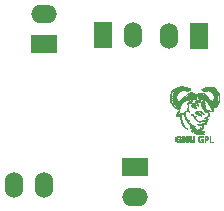
<source format=gts>
G04 #@! TF.FileFunction,Soldermask,Top*
%FSLAX46Y46*%
G04 Gerber Fmt 4.6, Leading zero omitted, Abs format (unit mm)*
G04 Created by KiCad (PCBNEW 0.201510241816+6277~30~ubuntu14.04.1-product) date 2015-10-26T15:41:35 CET*
%MOMM*%
G01*
G04 APERTURE LIST*
%ADD10C,0.100000*%
%ADD11C,0.010000*%
%ADD12R,2.197100X1.524000*%
%ADD13O,2.197100X1.524000*%
%ADD14R,1.524000X2.197100*%
%ADD15O,1.524000X2.197100*%
%ADD16O,1.524000X2.200000*%
G04 APERTURE END LIST*
D10*
D11*
G36*
X105774009Y-70089021D02*
X105827167Y-70095440D01*
X105858004Y-70109056D01*
X105872258Y-70132371D01*
X105875667Y-70167053D01*
X105873029Y-70205743D01*
X105862121Y-70217882D01*
X105846034Y-70213926D01*
X105747678Y-70186357D01*
X105660450Y-70188771D01*
X105640456Y-70194190D01*
X105585764Y-70228164D01*
X105553426Y-70283561D01*
X105545592Y-70354620D01*
X105557559Y-70416223D01*
X105578290Y-70464562D01*
X105608508Y-70491893D01*
X105640885Y-70505091D01*
X105708420Y-70518926D01*
X105752429Y-70508783D01*
X105772654Y-70474752D01*
X105774067Y-70457625D01*
X105769062Y-70422238D01*
X105748113Y-70409713D01*
X105731734Y-70408800D01*
X105699509Y-70401806D01*
X105689579Y-70374268D01*
X105689401Y-70366466D01*
X105691552Y-70343004D01*
X105703307Y-70330338D01*
X105732619Y-70325152D01*
X105787439Y-70324134D01*
X105791001Y-70324133D01*
X105892600Y-70324133D01*
X105892600Y-70574820D01*
X105839274Y-70593410D01*
X105771113Y-70608169D01*
X105691511Y-70612245D01*
X105613273Y-70606169D01*
X105549202Y-70590473D01*
X105528534Y-70580494D01*
X105470291Y-70539520D01*
X105434586Y-70497896D01*
X105416273Y-70445576D01*
X105410207Y-70372517D01*
X105410000Y-70349119D01*
X105411426Y-70281786D01*
X105417438Y-70237853D01*
X105430640Y-70206915D01*
X105452334Y-70179955D01*
X105511842Y-70128560D01*
X105578258Y-70099218D01*
X105662231Y-70087827D01*
X105692793Y-70087297D01*
X105774009Y-70089021D01*
X105774009Y-70089021D01*
G37*
X105774009Y-70089021D02*
X105827167Y-70095440D01*
X105858004Y-70109056D01*
X105872258Y-70132371D01*
X105875667Y-70167053D01*
X105873029Y-70205743D01*
X105862121Y-70217882D01*
X105846034Y-70213926D01*
X105747678Y-70186357D01*
X105660450Y-70188771D01*
X105640456Y-70194190D01*
X105585764Y-70228164D01*
X105553426Y-70283561D01*
X105545592Y-70354620D01*
X105557559Y-70416223D01*
X105578290Y-70464562D01*
X105608508Y-70491893D01*
X105640885Y-70505091D01*
X105708420Y-70518926D01*
X105752429Y-70508783D01*
X105772654Y-70474752D01*
X105774067Y-70457625D01*
X105769062Y-70422238D01*
X105748113Y-70409713D01*
X105731734Y-70408800D01*
X105699509Y-70401806D01*
X105689579Y-70374268D01*
X105689401Y-70366466D01*
X105691552Y-70343004D01*
X105703307Y-70330338D01*
X105732619Y-70325152D01*
X105787439Y-70324134D01*
X105791001Y-70324133D01*
X105892600Y-70324133D01*
X105892600Y-70574820D01*
X105839274Y-70593410D01*
X105771113Y-70608169D01*
X105691511Y-70612245D01*
X105613273Y-70606169D01*
X105549202Y-70590473D01*
X105528534Y-70580494D01*
X105470291Y-70539520D01*
X105434586Y-70497896D01*
X105416273Y-70445576D01*
X105410207Y-70372517D01*
X105410000Y-70349119D01*
X105411426Y-70281786D01*
X105417438Y-70237853D01*
X105430640Y-70206915D01*
X105452334Y-70179955D01*
X105511842Y-70128560D01*
X105578258Y-70099218D01*
X105662231Y-70087827D01*
X105692793Y-70087297D01*
X105774009Y-70089021D01*
G36*
X106251663Y-70264915D02*
X106341334Y-70425831D01*
X106346180Y-70264915D01*
X106351027Y-70104000D01*
X106468334Y-70104000D01*
X106468334Y-70612000D01*
X106317476Y-70612000D01*
X106138134Y-70290168D01*
X106133287Y-70451084D01*
X106128441Y-70612000D01*
X106011134Y-70612000D01*
X106011134Y-70104000D01*
X106161992Y-70104000D01*
X106251663Y-70264915D01*
X106251663Y-70264915D01*
G37*
X106251663Y-70264915D02*
X106341334Y-70425831D01*
X106346180Y-70264915D01*
X106351027Y-70104000D01*
X106468334Y-70104000D01*
X106468334Y-70612000D01*
X106317476Y-70612000D01*
X106138134Y-70290168D01*
X106133287Y-70451084D01*
X106128441Y-70612000D01*
X106011134Y-70612000D01*
X106011134Y-70104000D01*
X106161992Y-70104000D01*
X106251663Y-70264915D01*
G36*
X106725069Y-70291662D02*
X106728356Y-70375864D01*
X106732904Y-70432751D01*
X106739907Y-70468872D01*
X106750559Y-70490777D01*
X106763670Y-70503328D01*
X106793081Y-70521968D01*
X106807000Y-70527333D01*
X106827339Y-70518411D01*
X106850331Y-70503328D01*
X106865113Y-70488446D01*
X106875211Y-70465027D01*
X106881818Y-70426521D01*
X106886129Y-70366378D01*
X106888932Y-70291662D01*
X106894664Y-70104000D01*
X107027134Y-70104000D01*
X107027134Y-70299846D01*
X107025673Y-70380819D01*
X107021711Y-70451603D01*
X107015873Y-70503973D01*
X107009699Y-70528271D01*
X106971657Y-70567062D01*
X106910899Y-70594879D01*
X106837265Y-70610071D01*
X106760596Y-70610989D01*
X106690733Y-70595982D01*
X106667726Y-70585604D01*
X106635271Y-70564206D01*
X106612735Y-70537153D01*
X106598379Y-70498303D01*
X106590466Y-70441514D01*
X106587257Y-70360643D01*
X106586867Y-70299846D01*
X106586867Y-70104000D01*
X106719337Y-70104000D01*
X106725069Y-70291662D01*
X106725069Y-70291662D01*
G37*
X106725069Y-70291662D02*
X106728356Y-70375864D01*
X106732904Y-70432751D01*
X106739907Y-70468872D01*
X106750559Y-70490777D01*
X106763670Y-70503328D01*
X106793081Y-70521968D01*
X106807000Y-70527333D01*
X106827339Y-70518411D01*
X106850331Y-70503328D01*
X106865113Y-70488446D01*
X106875211Y-70465027D01*
X106881818Y-70426521D01*
X106886129Y-70366378D01*
X106888932Y-70291662D01*
X106894664Y-70104000D01*
X107027134Y-70104000D01*
X107027134Y-70299846D01*
X107025673Y-70380819D01*
X107021711Y-70451603D01*
X107015873Y-70503973D01*
X107009699Y-70528271D01*
X106971657Y-70567062D01*
X106910899Y-70594879D01*
X106837265Y-70610071D01*
X106760596Y-70610989D01*
X106690733Y-70595982D01*
X106667726Y-70585604D01*
X106635271Y-70564206D01*
X106612735Y-70537153D01*
X106598379Y-70498303D01*
X106590466Y-70441514D01*
X106587257Y-70360643D01*
X106586867Y-70299846D01*
X106586867Y-70104000D01*
X106719337Y-70104000D01*
X106725069Y-70291662D01*
G36*
X107669554Y-70094271D02*
X107726211Y-70115522D01*
X107753098Y-70150278D01*
X107755267Y-70166580D01*
X107751709Y-70194530D01*
X107734555Y-70195045D01*
X107719040Y-70187403D01*
X107638052Y-70156960D01*
X107560348Y-70151043D01*
X107493081Y-70168931D01*
X107443399Y-70209903D01*
X107439421Y-70215626D01*
X107419831Y-70267947D01*
X107412014Y-70337371D01*
X107415964Y-70409253D01*
X107431675Y-70468942D01*
X107439536Y-70483615D01*
X107481742Y-70521235D01*
X107543199Y-70545468D01*
X107610595Y-70552218D01*
X107645489Y-70546963D01*
X107678305Y-70534055D01*
X107694260Y-70510930D01*
X107700952Y-70466097D01*
X107701207Y-70462706D01*
X107706414Y-70391866D01*
X107646174Y-70391866D01*
X107601955Y-70386540D01*
X107586115Y-70369453D01*
X107585934Y-70366466D01*
X107594295Y-70351148D01*
X107623634Y-70343262D01*
X107679067Y-70341066D01*
X107772201Y-70341066D01*
X107772201Y-70457943D01*
X107771566Y-70519561D01*
X107767393Y-70555956D01*
X107756279Y-70575770D01*
X107734822Y-70587649D01*
X107718874Y-70593410D01*
X107642056Y-70609560D01*
X107558379Y-70610572D01*
X107481805Y-70597174D01*
X107438589Y-70578818D01*
X107380408Y-70527687D01*
X107345584Y-70457536D01*
X107332258Y-70364312D01*
X107331997Y-70346140D01*
X107344228Y-70246495D01*
X107380523Y-70170582D01*
X107440504Y-70118789D01*
X107523790Y-70091508D01*
X107584296Y-70087066D01*
X107669554Y-70094271D01*
X107669554Y-70094271D01*
G37*
X107669554Y-70094271D02*
X107726211Y-70115522D01*
X107753098Y-70150278D01*
X107755267Y-70166580D01*
X107751709Y-70194530D01*
X107734555Y-70195045D01*
X107719040Y-70187403D01*
X107638052Y-70156960D01*
X107560348Y-70151043D01*
X107493081Y-70168931D01*
X107443399Y-70209903D01*
X107439421Y-70215626D01*
X107419831Y-70267947D01*
X107412014Y-70337371D01*
X107415964Y-70409253D01*
X107431675Y-70468942D01*
X107439536Y-70483615D01*
X107481742Y-70521235D01*
X107543199Y-70545468D01*
X107610595Y-70552218D01*
X107645489Y-70546963D01*
X107678305Y-70534055D01*
X107694260Y-70510930D01*
X107700952Y-70466097D01*
X107701207Y-70462706D01*
X107706414Y-70391866D01*
X107646174Y-70391866D01*
X107601955Y-70386540D01*
X107586115Y-70369453D01*
X107585934Y-70366466D01*
X107594295Y-70351148D01*
X107623634Y-70343262D01*
X107679067Y-70341066D01*
X107772201Y-70341066D01*
X107772201Y-70457943D01*
X107771566Y-70519561D01*
X107767393Y-70555956D01*
X107756279Y-70575770D01*
X107734822Y-70587649D01*
X107718874Y-70593410D01*
X107642056Y-70609560D01*
X107558379Y-70610572D01*
X107481805Y-70597174D01*
X107438589Y-70578818D01*
X107380408Y-70527687D01*
X107345584Y-70457536D01*
X107332258Y-70364312D01*
X107331997Y-70346140D01*
X107344228Y-70246495D01*
X107380523Y-70170582D01*
X107440504Y-70118789D01*
X107523790Y-70091508D01*
X107584296Y-70087066D01*
X107669554Y-70094271D01*
G36*
X108113047Y-70109674D02*
X108173972Y-70128696D01*
X108210730Y-70164062D01*
X108227363Y-70218767D01*
X108229401Y-70256400D01*
X108218832Y-70327832D01*
X108185713Y-70375754D01*
X108127921Y-70402047D01*
X108057784Y-70408800D01*
X107975401Y-70408800D01*
X107975401Y-70510400D01*
X107974165Y-70567145D01*
X107968737Y-70597808D01*
X107956534Y-70610132D01*
X107941534Y-70612000D01*
X107928518Y-70610335D01*
X107919347Y-70601988D01*
X107913349Y-70581926D01*
X107909855Y-70545120D01*
X107908193Y-70486539D01*
X107907692Y-70401150D01*
X107907670Y-70362459D01*
X107975401Y-70362459D01*
X108045184Y-70353099D01*
X108093383Y-70343149D01*
X108127512Y-70329891D01*
X108132673Y-70326034D01*
X108145375Y-70297487D01*
X108150378Y-70256400D01*
X108144145Y-70209041D01*
X108120858Y-70180442D01*
X108073638Y-70164279D01*
X108045184Y-70159700D01*
X107975401Y-70150340D01*
X107975401Y-70362459D01*
X107907670Y-70362459D01*
X107907667Y-70358000D01*
X107907667Y-70104000D01*
X108023917Y-70104000D01*
X108113047Y-70109674D01*
X108113047Y-70109674D01*
G37*
X108113047Y-70109674D02*
X108173972Y-70128696D01*
X108210730Y-70164062D01*
X108227363Y-70218767D01*
X108229401Y-70256400D01*
X108218832Y-70327832D01*
X108185713Y-70375754D01*
X108127921Y-70402047D01*
X108057784Y-70408800D01*
X107975401Y-70408800D01*
X107975401Y-70510400D01*
X107974165Y-70567145D01*
X107968737Y-70597808D01*
X107956534Y-70610132D01*
X107941534Y-70612000D01*
X107928518Y-70610335D01*
X107919347Y-70601988D01*
X107913349Y-70581926D01*
X107909855Y-70545120D01*
X107908193Y-70486539D01*
X107907692Y-70401150D01*
X107907670Y-70362459D01*
X107975401Y-70362459D01*
X108045184Y-70353099D01*
X108093383Y-70343149D01*
X108127512Y-70329891D01*
X108132673Y-70326034D01*
X108145375Y-70297487D01*
X108150378Y-70256400D01*
X108144145Y-70209041D01*
X108120858Y-70180442D01*
X108073638Y-70164279D01*
X108045184Y-70159700D01*
X107975401Y-70150340D01*
X107975401Y-70362459D01*
X107907670Y-70362459D01*
X107907667Y-70358000D01*
X107907667Y-70104000D01*
X108023917Y-70104000D01*
X108113047Y-70109674D01*
G36*
X108378476Y-70105810D02*
X108387852Y-70114775D01*
X108393781Y-70136192D01*
X108397048Y-70175359D01*
X108398437Y-70237575D01*
X108398734Y-70328137D01*
X108398734Y-70561200D01*
X108525734Y-70561200D01*
X108592723Y-70562530D01*
X108632045Y-70567338D01*
X108649824Y-70576849D01*
X108652734Y-70586600D01*
X108646977Y-70598707D01*
X108625920Y-70606370D01*
X108583886Y-70610483D01*
X108515198Y-70611944D01*
X108491867Y-70612000D01*
X108331000Y-70612000D01*
X108331000Y-70358000D01*
X108331222Y-70260380D01*
X108332335Y-70191595D01*
X108335010Y-70146615D01*
X108339918Y-70120407D01*
X108347729Y-70107942D01*
X108359114Y-70104189D01*
X108364867Y-70104000D01*
X108378476Y-70105810D01*
X108378476Y-70105810D01*
G37*
X108378476Y-70105810D02*
X108387852Y-70114775D01*
X108393781Y-70136192D01*
X108397048Y-70175359D01*
X108398437Y-70237575D01*
X108398734Y-70328137D01*
X108398734Y-70561200D01*
X108525734Y-70561200D01*
X108592723Y-70562530D01*
X108632045Y-70567338D01*
X108649824Y-70576849D01*
X108652734Y-70586600D01*
X108646977Y-70598707D01*
X108625920Y-70606370D01*
X108583886Y-70610483D01*
X108515198Y-70611944D01*
X108491867Y-70612000D01*
X108331000Y-70612000D01*
X108331000Y-70358000D01*
X108331222Y-70260380D01*
X108332335Y-70191595D01*
X108335010Y-70146615D01*
X108339918Y-70120407D01*
X108347729Y-70107942D01*
X108359114Y-70104189D01*
X108364867Y-70104000D01*
X108378476Y-70105810D01*
G36*
X106081018Y-65889501D02*
X106168486Y-65895842D01*
X106240218Y-65909005D01*
X106305226Y-65931075D01*
X106372523Y-65964139D01*
X106422343Y-65992860D01*
X106482874Y-66027676D01*
X106526148Y-66047198D01*
X106563258Y-66054659D01*
X106605297Y-66053293D01*
X106622995Y-66051355D01*
X106708772Y-66041196D01*
X106697364Y-66087164D01*
X106664108Y-66154001D01*
X106604339Y-66204401D01*
X106545637Y-66228333D01*
X106513952Y-66235179D01*
X106477062Y-66238902D01*
X106429575Y-66239337D01*
X106366102Y-66236320D01*
X106281255Y-66229686D01*
X106169643Y-66219270D01*
X106133677Y-66215734D01*
X106058943Y-66212448D01*
X105990785Y-66220730D01*
X105912293Y-66242312D01*
X105788682Y-66293920D01*
X105689849Y-66363553D01*
X105609080Y-66456778D01*
X105563943Y-66531066D01*
X105529526Y-66597900D01*
X105509022Y-66648967D01*
X105498849Y-66697497D01*
X105495423Y-66756717D01*
X105495144Y-66785066D01*
X105498071Y-66867194D01*
X105509035Y-66928172D01*
X105530007Y-66979800D01*
X105571570Y-67038782D01*
X105625321Y-67087223D01*
X105681430Y-67117463D01*
X105714757Y-67123733D01*
X105750799Y-67116225D01*
X105795084Y-67092311D01*
X105850029Y-67049910D01*
X105918049Y-66986939D01*
X106001559Y-66901314D01*
X106102974Y-66790953D01*
X106110820Y-66782232D01*
X106216300Y-66667610D01*
X106306046Y-66577453D01*
X106384475Y-66509009D01*
X106456005Y-66459524D01*
X106525052Y-66426244D01*
X106596035Y-66406417D01*
X106673371Y-66397289D01*
X106730800Y-66395788D01*
X106826941Y-66401021D01*
X106908513Y-66419490D01*
X106988252Y-66455358D01*
X107069786Y-66506505D01*
X107123713Y-66542102D01*
X107167585Y-66568634D01*
X107193496Y-66581380D01*
X107196042Y-66581866D01*
X107217724Y-66571536D01*
X107230846Y-66561881D01*
X107314313Y-66561881D01*
X107360517Y-66577283D01*
X107411845Y-66582593D01*
X107458228Y-66566165D01*
X107546777Y-66538938D01*
X107643354Y-66542403D01*
X107745023Y-66575206D01*
X107848852Y-66635995D01*
X107951907Y-66723418D01*
X108051253Y-66836120D01*
X108055374Y-66841483D01*
X108144935Y-66952375D01*
X108229268Y-67044542D01*
X108304829Y-67114419D01*
X108368076Y-67158445D01*
X108373218Y-67161105D01*
X108422362Y-67190531D01*
X108461785Y-67222426D01*
X108469404Y-67230879D01*
X108490951Y-67255009D01*
X108508256Y-67255152D01*
X108534556Y-67233478D01*
X108573789Y-67210484D01*
X108608346Y-67205006D01*
X108636783Y-67200781D01*
X108655235Y-67173519D01*
X108661728Y-67154092D01*
X108684263Y-67109404D01*
X108717078Y-67092811D01*
X108740890Y-67086247D01*
X108749902Y-67069202D01*
X108747598Y-67031881D01*
X108745054Y-67014147D01*
X108740584Y-66965272D01*
X108747748Y-66938069D01*
X108764601Y-66923927D01*
X108784743Y-66906178D01*
X108782235Y-66879813D01*
X108775694Y-66864221D01*
X108764804Y-66819270D01*
X108776278Y-66768590D01*
X108787370Y-66723897D01*
X108777963Y-66685142D01*
X108767846Y-66666036D01*
X108746906Y-66597647D01*
X108748431Y-66560879D01*
X108748606Y-66512629D01*
X108726421Y-66477336D01*
X108722028Y-66473212D01*
X108693667Y-66428854D01*
X108686600Y-66391504D01*
X108679122Y-66352155D01*
X108650256Y-66328673D01*
X108636413Y-66322914D01*
X108591921Y-66292787D01*
X108566625Y-66256652D01*
X108545334Y-66222642D01*
X108511544Y-66210229D01*
X108490409Y-66209333D01*
X108440207Y-66199854D01*
X108415667Y-66175466D01*
X108382462Y-66147293D01*
X108345069Y-66141599D01*
X108292718Y-66136499D01*
X108234203Y-66124031D01*
X108227669Y-66122147D01*
X108177286Y-66111416D01*
X108146298Y-66117221D01*
X108139740Y-66121784D01*
X108111337Y-66132347D01*
X108068248Y-66122557D01*
X108065412Y-66121500D01*
X108023378Y-66111366D01*
X107980225Y-66117287D01*
X107943944Y-66130193D01*
X107895993Y-66145202D01*
X107876265Y-66142189D01*
X107885709Y-66123210D01*
X107925273Y-66090321D01*
X107925470Y-66090180D01*
X107978131Y-66062751D01*
X108046187Y-66040496D01*
X108117539Y-66026027D01*
X108180087Y-66021956D01*
X108214982Y-66027680D01*
X108257623Y-66035265D01*
X108312542Y-66034868D01*
X108324415Y-66033569D01*
X108392129Y-66034020D01*
X108426015Y-66048574D01*
X108464432Y-66065166D01*
X108515275Y-66073208D01*
X108520347Y-66073328D01*
X108570596Y-66080864D01*
X108606440Y-66108511D01*
X108618867Y-66124666D01*
X108661053Y-66165212D01*
X108696469Y-66175466D01*
X108739072Y-66190948D01*
X108769566Y-66227539D01*
X108801735Y-66270863D01*
X108835883Y-66303866D01*
X108837050Y-66304699D01*
X108866986Y-66344616D01*
X108872867Y-66377343D01*
X108883451Y-66425291D01*
X108906645Y-66467841D01*
X108931486Y-66518135D01*
X108930333Y-66561239D01*
X108933958Y-66624408D01*
X108950198Y-66657415D01*
X108969389Y-66691850D01*
X108968728Y-66718551D01*
X108952090Y-66750642D01*
X108934590Y-66785339D01*
X108936343Y-66805769D01*
X108949247Y-66819082D01*
X108972488Y-66851376D01*
X108962013Y-66882231D01*
X108938825Y-66900778D01*
X108903183Y-66923037D01*
X108938825Y-66960976D01*
X108968639Y-67000628D01*
X108968702Y-67027143D01*
X108938663Y-67044198D01*
X108930643Y-67046394D01*
X108901116Y-67056153D01*
X108897783Y-67071276D01*
X108914413Y-67099508D01*
X108932249Y-67141224D01*
X108923249Y-67167410D01*
X108896833Y-67174533D01*
X108881758Y-67178400D01*
X108884037Y-67195875D01*
X108897157Y-67223186D01*
X108912998Y-67265203D01*
X108903885Y-67287004D01*
X108869449Y-67293066D01*
X108847967Y-67297898D01*
X108851573Y-67318386D01*
X108855934Y-67326933D01*
X108864785Y-67350567D01*
X108851385Y-67359565D01*
X108823086Y-67360800D01*
X108788522Y-67363607D01*
X108777976Y-67379005D01*
X108782683Y-67413645D01*
X108793252Y-67466490D01*
X108750396Y-67438410D01*
X108707541Y-67410330D01*
X108695522Y-67474399D01*
X108683502Y-67538468D01*
X108651790Y-67499306D01*
X108620079Y-67460144D01*
X108609170Y-67503605D01*
X108593474Y-67539812D01*
X108573328Y-67542591D01*
X108552490Y-67517433D01*
X108540219Y-67501051D01*
X108535441Y-67513186D01*
X108534715Y-67534366D01*
X108527362Y-67571750D01*
X108509501Y-67578440D01*
X108485696Y-67552890D01*
X108484757Y-67551299D01*
X108471260Y-67531273D01*
X108467277Y-67540810D01*
X108466982Y-67550197D01*
X108472473Y-67587027D01*
X108483781Y-67624267D01*
X108497949Y-67652851D01*
X108518618Y-67663394D01*
X108557745Y-67660684D01*
X108570002Y-67658788D01*
X108633492Y-67642789D01*
X108695853Y-67618573D01*
X108700854Y-67616088D01*
X108782334Y-67560082D01*
X108864214Y-67478370D01*
X108940881Y-67378574D01*
X109006724Y-67268317D01*
X109056130Y-67155221D01*
X109068319Y-67117012D01*
X109084324Y-67031663D01*
X109091912Y-66925182D01*
X109091504Y-66808211D01*
X109083522Y-66691394D01*
X109068385Y-66585374D01*
X109046515Y-66500794D01*
X109043650Y-66493084D01*
X108982924Y-66372357D01*
X108899090Y-66257064D01*
X108798872Y-66153978D01*
X108688991Y-66069871D01*
X108576171Y-66011516D01*
X108559600Y-66005468D01*
X108468880Y-65981770D01*
X108363164Y-65965754D01*
X108254493Y-65958294D01*
X108154907Y-65960262D01*
X108082801Y-65970867D01*
X108026312Y-65990292D01*
X107956632Y-66021773D01*
X107888724Y-66058541D01*
X107887921Y-66059023D01*
X107826651Y-66093804D01*
X107770238Y-66122351D01*
X107729944Y-66139005D01*
X107727054Y-66139848D01*
X107679067Y-66152861D01*
X107737183Y-66183126D01*
X107761481Y-66194374D01*
X107787585Y-66201950D01*
X107820672Y-66205845D01*
X107865918Y-66206049D01*
X107928500Y-66202553D01*
X108013593Y-66195349D01*
X108126373Y-66184427D01*
X108146517Y-66182416D01*
X108241046Y-66179400D01*
X108323234Y-66193495D01*
X108405238Y-66227966D01*
X108477016Y-66271178D01*
X108577401Y-66356858D01*
X108652521Y-66464195D01*
X108701449Y-66591299D01*
X108723261Y-66736281D01*
X108724376Y-66776599D01*
X108715008Y-66896277D01*
X108687079Y-66997115D01*
X108642405Y-67075711D01*
X108582804Y-67128663D01*
X108524825Y-67150421D01*
X108473914Y-67150323D01*
X108419115Y-67130046D01*
X108358055Y-67087617D01*
X108288358Y-67021063D01*
X108207652Y-66928412D01*
X108115644Y-66810466D01*
X108062472Y-66741986D01*
X108007128Y-66674475D01*
X107958685Y-66618876D01*
X107942506Y-66601633D01*
X107844135Y-66520717D01*
X107737425Y-66468878D01*
X107626870Y-66446647D01*
X107516962Y-66454555D01*
X107412196Y-66493133D01*
X107352757Y-66531935D01*
X107314313Y-66561881D01*
X107230846Y-66561881D01*
X107252998Y-66545582D01*
X107267923Y-66532960D01*
X107367047Y-66460625D01*
X107467676Y-66418675D01*
X107577149Y-66404135D01*
X107585934Y-66404066D01*
X107677140Y-66410230D01*
X107760621Y-66430533D01*
X107840215Y-66467690D01*
X107919762Y-66524415D01*
X108003101Y-66603424D01*
X108094070Y-66707432D01*
X108191338Y-66832247D01*
X108275801Y-66940185D01*
X108347116Y-67019686D01*
X108408001Y-67072231D01*
X108461177Y-67099302D01*
X108509361Y-67102379D01*
X108555275Y-67082945D01*
X108593202Y-67051185D01*
X108641709Y-66980560D01*
X108671776Y-66889009D01*
X108682908Y-66784325D01*
X108674615Y-66674301D01*
X108646404Y-66566730D01*
X108626735Y-66520491D01*
X108564014Y-66422885D01*
X108480373Y-66338390D01*
X108384681Y-66274939D01*
X108324456Y-66250045D01*
X108275086Y-66236057D01*
X108231277Y-66228956D01*
X108182275Y-66228332D01*
X108117329Y-66233776D01*
X108063733Y-66240092D01*
X107967443Y-66251408D01*
X107897147Y-66257577D01*
X107845346Y-66258443D01*
X107804537Y-66253852D01*
X107767221Y-66243650D01*
X107739981Y-66233416D01*
X107676972Y-66193753D01*
X107646505Y-66150424D01*
X107626223Y-66104405D01*
X107624356Y-66082318D01*
X107643877Y-66077952D01*
X107678620Y-66083366D01*
X107713909Y-66086437D01*
X107748971Y-66078969D01*
X107793326Y-66057658D01*
X107848188Y-66024456D01*
X107974513Y-65957999D01*
X108102288Y-65919769D01*
X108241216Y-65907380D01*
X108314067Y-65909868D01*
X108478375Y-65932179D01*
X108621486Y-65977322D01*
X108749548Y-66048152D01*
X108868711Y-66147522D01*
X108903977Y-66183681D01*
X108989368Y-66285167D01*
X109053389Y-66387069D01*
X109098372Y-66496167D01*
X109126651Y-66619241D01*
X109140560Y-66763071D01*
X109142997Y-66878199D01*
X109139982Y-66997769D01*
X109129638Y-67093976D01*
X109109422Y-67176988D01*
X109076787Y-67256970D01*
X109029190Y-67344087D01*
X109024313Y-67352246D01*
X108931453Y-67486402D01*
X108831990Y-67589302D01*
X108723163Y-67663337D01*
X108614024Y-67707535D01*
X108568857Y-67723782D01*
X108548065Y-67742731D01*
X108542700Y-67773137D01*
X108542667Y-67777369D01*
X108548394Y-67813435D01*
X108572537Y-67830232D01*
X108593467Y-67834875D01*
X108635576Y-67854105D01*
X108649938Y-67889179D01*
X108635314Y-67934869D01*
X108621707Y-67954164D01*
X108580280Y-67982171D01*
X108516401Y-67999272D01*
X108439880Y-68004872D01*
X108360524Y-67998374D01*
X108288142Y-67979183D01*
X108278209Y-67975047D01*
X108221772Y-67952139D01*
X108169167Y-67933977D01*
X108154834Y-67929955D01*
X108111517Y-67912906D01*
X108057952Y-67883769D01*
X108033250Y-67867824D01*
X107990866Y-67839640D01*
X107960979Y-67821578D01*
X107952794Y-67817999D01*
X107948946Y-67832560D01*
X107951334Y-67868650D01*
X107958235Y-67914880D01*
X107967926Y-67959859D01*
X107978684Y-67992200D01*
X107979346Y-67993529D01*
X107994609Y-68012297D01*
X108020886Y-68018870D01*
X108068473Y-68015431D01*
X108077241Y-68014299D01*
X108131511Y-68010026D01*
X108167909Y-68017505D01*
X108201359Y-68040055D01*
X108204249Y-68042518D01*
X108230389Y-68070268D01*
X108246038Y-68104541D01*
X108255161Y-68156268D01*
X108258520Y-68192162D01*
X108261248Y-68262052D01*
X108254158Y-68317980D01*
X108233377Y-68366467D01*
X108195031Y-68414036D01*
X108135244Y-68467206D01*
X108061225Y-68524253D01*
X108067417Y-68538333D01*
X108091459Y-68567799D01*
X108107791Y-68585293D01*
X108144085Y-68632836D01*
X108161189Y-68676911D01*
X108161667Y-68683687D01*
X108146662Y-68730567D01*
X108107859Y-68774477D01*
X108054579Y-68805361D01*
X108046344Y-68808119D01*
X108019138Y-68822550D01*
X108014482Y-68849759D01*
X108017745Y-68867915D01*
X108020291Y-68922461D01*
X108009467Y-68982533D01*
X107988928Y-69035509D01*
X107962328Y-69068767D01*
X107959005Y-69070778D01*
X107918180Y-69083578D01*
X107876016Y-69088000D01*
X107799563Y-69098258D01*
X107745325Y-69126646D01*
X107716491Y-69169579D01*
X107716247Y-69223475D01*
X107728219Y-69254145D01*
X107753344Y-69326205D01*
X107748183Y-69390403D01*
X107711576Y-69450134D01*
X107642364Y-69508796D01*
X107640967Y-69509757D01*
X107605822Y-69537826D01*
X107586956Y-69560612D01*
X107585934Y-69564588D01*
X107596983Y-69586366D01*
X107624565Y-69619884D01*
X107635431Y-69631169D01*
X107685477Y-69668634D01*
X107740837Y-69680605D01*
X107746094Y-69680666D01*
X107785515Y-69682344D01*
X107797815Y-69691301D01*
X107789711Y-69713420D01*
X107787735Y-69717147D01*
X107768211Y-69753627D01*
X107829473Y-69715766D01*
X107871028Y-69694184D01*
X107889038Y-69694116D01*
X107884106Y-69713330D01*
X107856833Y-69749593D01*
X107807821Y-69800673D01*
X107806123Y-69802312D01*
X107721513Y-69883866D01*
X107775643Y-69883866D01*
X107810380Y-69886371D01*
X107816124Y-69895823D01*
X107808889Y-69904751D01*
X107773090Y-69920956D01*
X107716315Y-69926744D01*
X107649589Y-69922784D01*
X107583938Y-69909747D01*
X107530387Y-69888300D01*
X107529512Y-69887788D01*
X107493948Y-69869050D01*
X107476437Y-69864420D01*
X107476697Y-69868276D01*
X107497977Y-69888921D01*
X107534997Y-69915121D01*
X107540099Y-69918276D01*
X107592168Y-69949942D01*
X107435907Y-69949199D01*
X107360983Y-69948159D01*
X107310328Y-69944360D01*
X107274349Y-69935498D01*
X107243453Y-69919270D01*
X107210151Y-69894995D01*
X107162676Y-69851990D01*
X107123151Y-69805200D01*
X107111665Y-69786951D01*
X107090360Y-69754277D01*
X107074139Y-69742156D01*
X107071838Y-69743206D01*
X107061499Y-69772922D01*
X107065082Y-69813585D01*
X107080838Y-69846120D01*
X107081320Y-69846613D01*
X107092615Y-69863538D01*
X107081980Y-69866933D01*
X107051159Y-69852793D01*
X107020024Y-69818629D01*
X106998087Y-69776828D01*
X106993267Y-69751439D01*
X107002116Y-69709766D01*
X107023872Y-69660898D01*
X107028475Y-69653096D01*
X107063683Y-69596128D01*
X107027748Y-69549497D01*
X106980157Y-69488229D01*
X106950473Y-69451501D01*
X106936330Y-69436725D01*
X106935362Y-69441312D01*
X106941511Y-69455186D01*
X106959099Y-69521683D01*
X106945136Y-69578143D01*
X106901363Y-69620570D01*
X106862034Y-69637471D01*
X106830961Y-69660810D01*
X106825885Y-69696494D01*
X106843972Y-69727797D01*
X106855291Y-69751326D01*
X106843547Y-69763110D01*
X106824940Y-69757488D01*
X106799178Y-69729197D01*
X106777169Y-69685989D01*
X106765471Y-69643169D01*
X106766839Y-69621846D01*
X106788480Y-69595323D01*
X106825928Y-69569568D01*
X106825986Y-69569538D01*
X106859740Y-69545877D01*
X106874692Y-69523117D01*
X106874734Y-69522179D01*
X106861690Y-69501978D01*
X106827529Y-69470481D01*
X106780665Y-69435241D01*
X106700828Y-69373095D01*
X106652968Y-69318007D01*
X106636295Y-69268469D01*
X106650021Y-69222973D01*
X106661734Y-69207866D01*
X106688696Y-69167269D01*
X106684457Y-69139345D01*
X106648858Y-69123232D01*
X106646134Y-69122699D01*
X106604942Y-69105655D01*
X106589923Y-69075191D01*
X106573107Y-69043419D01*
X106551823Y-69037200D01*
X106506584Y-69021885D01*
X106470929Y-68982300D01*
X106452458Y-68927984D01*
X106451401Y-68911199D01*
X106455887Y-68869021D01*
X106466840Y-68843616D01*
X106468334Y-68842466D01*
X106485023Y-68822145D01*
X106470868Y-68805174D01*
X106438701Y-68797024D01*
X106400485Y-68783063D01*
X106386686Y-68753286D01*
X106364826Y-68715540D01*
X106325517Y-68691624D01*
X106292011Y-68674384D01*
X106273932Y-68651439D01*
X106264760Y-68611566D01*
X106261427Y-68581247D01*
X106251598Y-68525745D01*
X106236063Y-68484768D01*
X106227239Y-68473576D01*
X106209703Y-68441869D01*
X106196383Y-68379865D01*
X106190957Y-68331654D01*
X106182640Y-68250256D01*
X106173404Y-68198094D01*
X106161589Y-68170545D01*
X106145535Y-68162987D01*
X106131715Y-68166745D01*
X106100440Y-68179164D01*
X106050967Y-68197563D01*
X106019600Y-68208851D01*
X105934934Y-68238932D01*
X105929855Y-68430632D01*
X105934425Y-68617193D01*
X105960274Y-68783865D01*
X106009830Y-68936974D01*
X106085519Y-69082847D01*
X106189767Y-69227809D01*
X106271860Y-69322231D01*
X106326805Y-69382407D01*
X106372268Y-69433282D01*
X106403900Y-69469908D01*
X106417348Y-69487337D01*
X106417534Y-69487927D01*
X106406165Y-69489966D01*
X106374376Y-69470617D01*
X106325639Y-69432493D01*
X106263430Y-69378205D01*
X106227754Y-69345248D01*
X106096803Y-69206286D01*
X105995710Y-69061603D01*
X105922228Y-68906168D01*
X105874110Y-68734949D01*
X105849107Y-68542916D01*
X105846206Y-68491100D01*
X105841878Y-68410074D01*
X105836673Y-68342915D01*
X105831205Y-68295968D01*
X105826085Y-68275576D01*
X105825386Y-68275200D01*
X105807082Y-68286360D01*
X105777813Y-68313590D01*
X105774377Y-68317203D01*
X105739439Y-68345247D01*
X105696138Y-68356741D01*
X105657125Y-68357803D01*
X105595744Y-68359614D01*
X105538658Y-68365855D01*
X105525974Y-68368275D01*
X105487182Y-68372949D01*
X105468050Y-68360872D01*
X105461790Y-68346049D01*
X105459276Y-68288336D01*
X105520864Y-68288336D01*
X105524389Y-68301267D01*
X105549347Y-68294533D01*
X105552821Y-68292729D01*
X105591144Y-68281161D01*
X105643095Y-68275358D01*
X105652347Y-68275200D01*
X105705833Y-68268162D01*
X105740237Y-68249723D01*
X105740968Y-68248875D01*
X105767480Y-68223455D01*
X105804725Y-68201790D01*
X105859982Y-68180570D01*
X105940528Y-68156484D01*
X105949506Y-68153997D01*
X106062758Y-68116253D01*
X106154964Y-68068488D01*
X106238776Y-68003000D01*
X106302058Y-67939440D01*
X106380623Y-67843097D01*
X106438745Y-67742442D01*
X106482727Y-67625526D01*
X106499285Y-67565614D01*
X106514325Y-67509845D01*
X106524077Y-67484316D01*
X106530150Y-67486107D01*
X106533286Y-67503891D01*
X106533639Y-67545231D01*
X106529229Y-67607115D01*
X106520997Y-67676705D01*
X106520229Y-67682026D01*
X106509986Y-67784977D01*
X106514244Y-67868208D01*
X106534322Y-67943191D01*
X106555789Y-67991566D01*
X106572434Y-68030257D01*
X106576833Y-68052684D01*
X106574511Y-68054950D01*
X106556553Y-68041344D01*
X106530722Y-68007706D01*
X106503881Y-67964500D01*
X106482895Y-67922187D01*
X106477387Y-67906899D01*
X106462460Y-67878797D01*
X106445044Y-67868098D01*
X106434804Y-67879741D01*
X106434467Y-67884976D01*
X106423372Y-67903922D01*
X106393929Y-67939758D01*
X106351904Y-67985589D01*
X106339971Y-67997941D01*
X106245475Y-68094730D01*
X106257622Y-68256760D01*
X106267200Y-68350094D01*
X106279459Y-68409999D01*
X106293707Y-68436293D01*
X106309938Y-68462382D01*
X106324343Y-68509090D01*
X106329670Y-68537867D01*
X106340583Y-68591546D01*
X106356164Y-68619264D01*
X106375382Y-68628191D01*
X106425465Y-68648840D01*
X106449883Y-68684796D01*
X106451401Y-68698157D01*
X106467443Y-68725193D01*
X106506434Y-68743215D01*
X106549694Y-68766906D01*
X106567801Y-68801068D01*
X106557699Y-68837296D01*
X106545351Y-68850255D01*
X106523248Y-68885603D01*
X106527965Y-68924645D01*
X106554520Y-68959431D01*
X106597928Y-68982013D01*
X106630685Y-68986400D01*
X106676507Y-68999865D01*
X106724915Y-69033637D01*
X106763258Y-69077778D01*
X106774117Y-69099051D01*
X106779315Y-69146574D01*
X106761997Y-69208269D01*
X106745937Y-69252203D01*
X106744325Y-69278434D01*
X106758281Y-69300395D01*
X106770745Y-69313270D01*
X106807000Y-69349525D01*
X106807000Y-69287695D01*
X106810583Y-69248600D01*
X106826209Y-69219558D01*
X106861196Y-69189693D01*
X106883200Y-69174439D01*
X106959400Y-69123012D01*
X106959400Y-69190172D01*
X106961169Y-69233290D01*
X106972579Y-69252358D01*
X107002785Y-69257189D01*
X107022054Y-69257333D01*
X107061197Y-69259629D01*
X107071254Y-69267978D01*
X107064387Y-69277653D01*
X107043933Y-69319413D01*
X107048613Y-69370694D01*
X107074718Y-69423269D01*
X107118537Y-69468912D01*
X107162027Y-69494162D01*
X107198703Y-69515815D01*
X107212226Y-69548051D01*
X107213401Y-69571857D01*
X107220109Y-69627858D01*
X107234567Y-69675259D01*
X107255734Y-69722245D01*
X107261291Y-69663356D01*
X107273222Y-69613361D01*
X107294370Y-69573926D01*
X107295158Y-69573031D01*
X107328899Y-69544688D01*
X107375864Y-69515041D01*
X107385367Y-69510003D01*
X107451565Y-69464636D01*
X107497965Y-69409277D01*
X107518304Y-69351727D01*
X107518715Y-69343949D01*
X107520588Y-69314608D01*
X107528106Y-69316104D01*
X107537555Y-69331203D01*
X107547404Y-69368769D01*
X107547107Y-69418606D01*
X107546313Y-69424336D01*
X107536745Y-69485933D01*
X107568582Y-69447469D01*
X107595689Y-69423723D01*
X107611617Y-69427124D01*
X107630934Y-69433610D01*
X107658441Y-69415201D01*
X107686791Y-69377093D01*
X107689618Y-69371971D01*
X107696469Y-69340545D01*
X107684206Y-69298337D01*
X107671761Y-69272690D01*
X107650018Y-69223726D01*
X107637744Y-69182025D01*
X107636734Y-69172145D01*
X107623471Y-69145430D01*
X107584500Y-69139377D01*
X107521044Y-69154116D01*
X107508464Y-69158498D01*
X107463458Y-69169175D01*
X107421763Y-69161675D01*
X107394636Y-69150031D01*
X107351585Y-69131733D01*
X107320478Y-69122239D01*
X107316675Y-69121866D01*
X107298893Y-69110903D01*
X107298067Y-69106336D01*
X107313981Y-69094238D01*
X107357855Y-69080427D01*
X107423888Y-69065855D01*
X107506277Y-69051474D01*
X107599222Y-69038237D01*
X107696921Y-69027095D01*
X107793572Y-69019001D01*
X107848401Y-69016014D01*
X107950001Y-69011800D01*
X107955040Y-68925177D01*
X107956921Y-68874114D01*
X107951611Y-68847126D01*
X107934255Y-68834505D01*
X107906356Y-68827811D01*
X107803245Y-68817721D01*
X107683099Y-68826359D01*
X107590237Y-68842691D01*
X107456856Y-68858243D01*
X107341252Y-68845734D01*
X107244043Y-68805331D01*
X107165844Y-68737202D01*
X107155971Y-68724837D01*
X107126581Y-68681686D01*
X107088576Y-68619560D01*
X107048718Y-68549656D01*
X107035929Y-68526074D01*
X106998829Y-68462038D01*
X106962321Y-68408146D01*
X106932265Y-68372721D01*
X106922652Y-68365163D01*
X106896966Y-68349384D01*
X106900078Y-68344647D01*
X106933963Y-68346910D01*
X106975814Y-68360006D01*
X107012393Y-68395771D01*
X107026855Y-68416684D01*
X107068984Y-68481969D01*
X107089912Y-68430680D01*
X107110426Y-68391126D01*
X107130790Y-68367068D01*
X107131131Y-68366851D01*
X107143755Y-68365100D01*
X107138127Y-68386722D01*
X107113194Y-68457685D01*
X107107349Y-68512703D01*
X107121657Y-68564502D01*
X107157185Y-68625809D01*
X107158273Y-68627452D01*
X107218913Y-68704134D01*
X107285647Y-68756605D01*
X107363424Y-68786264D01*
X107457196Y-68794512D01*
X107571914Y-68782748D01*
X107651561Y-68766959D01*
X107735712Y-68751012D01*
X107821728Y-68739500D01*
X107894863Y-68734257D01*
X107914448Y-68734237D01*
X108007661Y-68732109D01*
X108068698Y-68719647D01*
X108097662Y-68696753D01*
X108094660Y-68663334D01*
X108059795Y-68619293D01*
X108050384Y-68610449D01*
X108006965Y-68576038D01*
X107966892Y-68561456D01*
X107912184Y-68560220D01*
X107911194Y-68560268D01*
X107831467Y-68564198D01*
X107950001Y-68505484D01*
X108064753Y-68438113D01*
X108146108Y-68366161D01*
X108194249Y-68289435D01*
X108208068Y-68234768D01*
X108208772Y-68168738D01*
X108191594Y-68119209D01*
X108187490Y-68112602D01*
X108165893Y-68085333D01*
X108140863Y-68074526D01*
X108099562Y-68076057D01*
X108081132Y-68078435D01*
X108017964Y-68078280D01*
X107963088Y-68056752D01*
X107912260Y-68010520D01*
X107861233Y-67936252D01*
X107831798Y-67882731D01*
X107790809Y-67809315D01*
X107739058Y-67724252D01*
X107717528Y-67691256D01*
X107789134Y-67691256D01*
X107796669Y-67710375D01*
X107815702Y-67746855D01*
X107840873Y-67791483D01*
X107866824Y-67835045D01*
X107888196Y-67868330D01*
X107899629Y-67882123D01*
X107900095Y-67882016D01*
X107898732Y-67864289D01*
X107889850Y-67823619D01*
X107878324Y-67779645D01*
X107859171Y-67721398D01*
X107840642Y-67690966D01*
X107820214Y-67682533D01*
X107794204Y-67686496D01*
X107789134Y-67691256D01*
X107717528Y-67691256D01*
X107686054Y-67643021D01*
X107675287Y-67627420D01*
X107745309Y-67627420D01*
X107764693Y-67626858D01*
X107803719Y-67615514D01*
X107824412Y-67607744D01*
X107874687Y-67591370D01*
X107903303Y-67589873D01*
X107906657Y-67602789D01*
X107895367Y-67616940D01*
X107881361Y-67651567D01*
X107898568Y-67694334D01*
X107945771Y-67743622D01*
X108021750Y-67797814D01*
X108039760Y-67808782D01*
X108099816Y-67843262D01*
X108149990Y-67869754D01*
X108182451Y-67884217D01*
X108188916Y-67885733D01*
X108215229Y-67892323D01*
X108259126Y-67909014D01*
X108282585Y-67919228D01*
X108351099Y-67941360D01*
X108426035Y-67951691D01*
X108495975Y-67949834D01*
X108549498Y-67935405D01*
X108560597Y-67928605D01*
X108578191Y-67909988D01*
X108572300Y-67903205D01*
X108538767Y-67888368D01*
X108506343Y-67854051D01*
X108485850Y-67813217D01*
X108483400Y-67796706D01*
X108473828Y-67766441D01*
X108448217Y-67717792D01*
X108411232Y-67659180D01*
X108391982Y-67631606D01*
X108346761Y-67563855D01*
X108306599Y-67494832D01*
X108278341Y-67436579D01*
X108272965Y-67422282D01*
X108217212Y-67292437D01*
X108144779Y-67181820D01*
X108059538Y-67095459D01*
X107983604Y-67046663D01*
X107911759Y-67018881D01*
X107853368Y-67009883D01*
X107812257Y-67017738D01*
X107792252Y-67040514D01*
X107797181Y-67076282D01*
X107830869Y-67123108D01*
X107831284Y-67123542D01*
X107876146Y-67191322D01*
X107896860Y-67269793D01*
X107890941Y-67347340D01*
X107883687Y-67368480D01*
X107869395Y-67409894D01*
X107871590Y-67433581D01*
X107881722Y-67445014D01*
X107904418Y-67475536D01*
X107914565Y-67511240D01*
X107908512Y-67537421D01*
X107905336Y-67540040D01*
X107880299Y-67539312D01*
X107866542Y-67531136D01*
X107847937Y-67524069D01*
X107835718Y-67545427D01*
X107833159Y-67554820D01*
X107807213Y-67594858D01*
X107779621Y-67608109D01*
X107750979Y-67618728D01*
X107745309Y-67627420D01*
X107675287Y-67627420D01*
X107672420Y-67623266D01*
X107583402Y-67496266D01*
X107662134Y-67496266D01*
X107663476Y-67511870D01*
X107669601Y-67513200D01*
X107686845Y-67500907D01*
X107687534Y-67496266D01*
X107681756Y-67479773D01*
X107680067Y-67479333D01*
X107665609Y-67491199D01*
X107662134Y-67496266D01*
X107583402Y-67496266D01*
X107577467Y-67487800D01*
X107577467Y-67349464D01*
X107578561Y-67278433D01*
X107583251Y-67231875D01*
X107593647Y-67200428D01*
X107611860Y-67174732D01*
X107618519Y-67167430D01*
X107665369Y-67131550D01*
X107707468Y-67126812D01*
X107736347Y-67146739D01*
X107744549Y-67170572D01*
X107729221Y-67202536D01*
X107720258Y-67214472D01*
X107697724Y-67244738D01*
X107696044Y-67256893D01*
X107714820Y-67259194D01*
X107718098Y-67259199D01*
X107756630Y-67271537D01*
X107772192Y-67284589D01*
X107782316Y-67301219D01*
X107768784Y-67304279D01*
X107742486Y-67299823D01*
X107706267Y-67296935D01*
X107683196Y-67312154D01*
X107664222Y-67344769D01*
X107646024Y-67384335D01*
X107636961Y-67410094D01*
X107636734Y-67412121D01*
X107651165Y-67419601D01*
X107687258Y-67419170D01*
X107734214Y-67412568D01*
X107781232Y-67401536D01*
X107817512Y-67387814D01*
X107827234Y-67381422D01*
X107854096Y-67337256D01*
X107856921Y-67279107D01*
X107836736Y-67215770D01*
X107801834Y-67163942D01*
X107764087Y-67110211D01*
X107735597Y-67050721D01*
X107729867Y-67032120D01*
X107717654Y-66989939D01*
X107700848Y-66968912D01*
X107668414Y-66960501D01*
X107633749Y-66957756D01*
X107578467Y-66958067D01*
X107538576Y-66971745D01*
X107499465Y-67001877D01*
X107444367Y-67051107D01*
X107481284Y-67082717D01*
X107511796Y-67125826D01*
X107514840Y-67171082D01*
X107495120Y-67210063D01*
X107457344Y-67234346D01*
X107406217Y-67235510D01*
X107397282Y-67233042D01*
X107370859Y-67216798D01*
X107368604Y-67199352D01*
X107391201Y-67191466D01*
X107414926Y-67183017D01*
X107414278Y-67162430D01*
X107410211Y-67157600D01*
X107457724Y-67157600D01*
X107463177Y-67179197D01*
X107474416Y-67174291D01*
X107481090Y-67150310D01*
X107474416Y-67140908D01*
X107460891Y-67138288D01*
X107457724Y-67157600D01*
X107410211Y-67157600D01*
X107392728Y-67136842D01*
X107353746Y-67113392D01*
X107353101Y-67113117D01*
X107273115Y-67077728D01*
X107218575Y-67049345D01*
X107183020Y-67023628D01*
X107159984Y-66996237D01*
X107148918Y-66976013D01*
X107126235Y-66939901D01*
X107097671Y-66923782D01*
X107056118Y-66926872D01*
X106994467Y-66948387D01*
X106974546Y-66956783D01*
X106916066Y-66977938D01*
X106861143Y-66986201D01*
X106792703Y-66983875D01*
X106781394Y-66982866D01*
X106690741Y-66980655D01*
X106599612Y-66993337D01*
X106549255Y-67005484D01*
X106482526Y-67021731D01*
X106423096Y-67033585D01*
X106383178Y-67038632D01*
X106381502Y-67038668D01*
X106302690Y-67053012D01*
X106214766Y-67091202D01*
X106125795Y-67147898D01*
X106043843Y-67217760D01*
X105976974Y-67295446D01*
X105963643Y-67315333D01*
X105910329Y-67409954D01*
X105859939Y-67517641D01*
X105816194Y-67628714D01*
X105782817Y-67733490D01*
X105763532Y-67822288D01*
X105761282Y-67841597D01*
X105748860Y-67917675D01*
X105728144Y-67973940D01*
X105720288Y-67986002D01*
X105695758Y-68028977D01*
X105674237Y-68085037D01*
X105669970Y-68100302D01*
X105656226Y-68144347D01*
X105642944Y-68170487D01*
X105638381Y-68173600D01*
X105618910Y-68184199D01*
X105585860Y-68210765D01*
X105572658Y-68222727D01*
X105537408Y-68260551D01*
X105520864Y-68288336D01*
X105459276Y-68288336D01*
X105459069Y-68283603D01*
X105489032Y-68220072D01*
X105537672Y-68168487D01*
X105578660Y-68125453D01*
X105607850Y-68080362D01*
X105614354Y-68062974D01*
X105630477Y-68017107D01*
X105656615Y-67961490D01*
X105667656Y-67941368D01*
X105698359Y-67878299D01*
X105703284Y-67833658D01*
X105680063Y-67801816D01*
X105626330Y-67777144D01*
X105594639Y-67767715D01*
X105450703Y-67714260D01*
X105327453Y-67636509D01*
X105218341Y-67530295D01*
X105214572Y-67525862D01*
X105124440Y-67406724D01*
X105058354Y-67288058D01*
X105013753Y-67162295D01*
X104988080Y-67021868D01*
X104978774Y-66859206D01*
X104978638Y-66828075D01*
X104979114Y-66797052D01*
X105021326Y-66797052D01*
X105026626Y-66926665D01*
X105043537Y-67055231D01*
X105070683Y-67169021D01*
X105081060Y-67199411D01*
X105136868Y-67318035D01*
X105211307Y-67431546D01*
X105298126Y-67532474D01*
X105391070Y-67613353D01*
X105465451Y-67658514D01*
X105518263Y-67680085D01*
X105578631Y-67699282D01*
X105636905Y-67713735D01*
X105683439Y-67721075D01*
X105708583Y-67718931D01*
X105709249Y-67718405D01*
X105719217Y-67696388D01*
X105730035Y-67654439D01*
X105732799Y-67640199D01*
X105744966Y-67572466D01*
X105709280Y-67614799D01*
X105673594Y-67657133D01*
X105673031Y-67599475D01*
X105671254Y-67562064D01*
X105663275Y-67553305D01*
X105643552Y-67567991D01*
X105641500Y-67569842D01*
X105610901Y-67593330D01*
X105593450Y-67589869D01*
X105581483Y-67556431D01*
X105578907Y-67545122D01*
X105567322Y-67492377D01*
X105537221Y-67538263D01*
X105515455Y-67566220D01*
X105500364Y-67567768D01*
X105487974Y-67540287D01*
X105478122Y-67499326D01*
X105468437Y-67462978D01*
X105456968Y-67454886D01*
X105436697Y-67469693D01*
X105403850Y-67493220D01*
X105388330Y-67487739D01*
X105389163Y-67452741D01*
X105390527Y-67445466D01*
X105394852Y-67411543D01*
X105383422Y-67397542D01*
X105347715Y-67394678D01*
X105341248Y-67394666D01*
X105302740Y-67392740D01*
X105291257Y-67383253D01*
X105299934Y-67360800D01*
X105308916Y-67335954D01*
X105293385Y-67327569D01*
X105275130Y-67326933D01*
X105241633Y-67320723D01*
X105234645Y-67299590D01*
X105253373Y-67259780D01*
X105259091Y-67250834D01*
X105275869Y-67221151D01*
X105269208Y-67207200D01*
X105242158Y-67198794D01*
X105205910Y-67183906D01*
X105202452Y-67163714D01*
X105223734Y-67140666D01*
X105244833Y-67112228D01*
X105246956Y-67085473D01*
X105229336Y-67072722D01*
X105227967Y-67072674D01*
X105195688Y-67063911D01*
X105181844Y-67056632D01*
X105168577Y-67042060D01*
X105176797Y-67021479D01*
X105197496Y-66997625D01*
X105238104Y-66954400D01*
X105198501Y-66912244D01*
X105173084Y-66882174D01*
X105169961Y-66862217D01*
X105187143Y-66838876D01*
X105187619Y-66838351D01*
X105205455Y-66814520D01*
X105205510Y-66792142D01*
X105187581Y-66756507D01*
X105186464Y-66754558D01*
X105167849Y-66718316D01*
X105168001Y-66695093D01*
X105188154Y-66668931D01*
X105193528Y-66663182D01*
X105217634Y-66630095D01*
X105222132Y-66594278D01*
X105216373Y-66561370D01*
X105210067Y-66515057D01*
X105219827Y-66485443D01*
X105233842Y-66470314D01*
X105258339Y-66434337D01*
X105275575Y-66385123D01*
X105276468Y-66380575D01*
X105305412Y-66313361D01*
X105343517Y-66272437D01*
X105381234Y-66235258D01*
X105406599Y-66200169D01*
X105410126Y-66192004D01*
X105432626Y-66165209D01*
X105470408Y-66158533D01*
X105514067Y-66148075D01*
X105555716Y-66122561D01*
X105583168Y-66090779D01*
X105587801Y-66073866D01*
X105602835Y-66063316D01*
X105640445Y-66057397D01*
X105656375Y-66056933D01*
X105716029Y-66049872D01*
X105771649Y-66032593D01*
X105777462Y-66029777D01*
X105851380Y-66010142D01*
X105891565Y-66012470D01*
X105950903Y-66014333D01*
X106013074Y-66005690D01*
X106018424Y-66004297D01*
X106091714Y-65996080D01*
X106179399Y-66003577D01*
X106267419Y-66024142D01*
X106341711Y-66055130D01*
X106363613Y-66069233D01*
X106401128Y-66101100D01*
X106408492Y-66117863D01*
X106385985Y-66119272D01*
X106333891Y-66105080D01*
X106325935Y-66102409D01*
X106269474Y-66087096D01*
X106226670Y-66087373D01*
X106197657Y-66095886D01*
X106152158Y-66106874D01*
X106116890Y-66097179D01*
X106111984Y-66094261D01*
X106070930Y-66082200D01*
X106045724Y-66090412D01*
X106009798Y-66100774D01*
X105956354Y-66106962D01*
X105930532Y-66107733D01*
X105872577Y-66111843D01*
X105833626Y-66127446D01*
X105807934Y-66150066D01*
X105760029Y-66183752D01*
X105705218Y-66192400D01*
X105661682Y-66196193D01*
X105640100Y-66211981D01*
X105631642Y-66234754D01*
X105604978Y-66275968D01*
X105557839Y-66306745D01*
X105514383Y-66332671D01*
X105494351Y-66363624D01*
X105489391Y-66390981D01*
X105469826Y-66447419D01*
X105443369Y-66477633D01*
X105415620Y-66506167D01*
X105411895Y-66538119D01*
X105417335Y-66560985D01*
X105422762Y-66607259D01*
X105406798Y-66653018D01*
X105398209Y-66667929D01*
X105377151Y-66707609D01*
X105374460Y-66737334D01*
X105388724Y-66774639D01*
X105389484Y-66776236D01*
X105404970Y-66817667D01*
X105401815Y-66850326D01*
X105391105Y-66873737D01*
X105377020Y-66907448D01*
X105383894Y-66928107D01*
X105402066Y-66942706D01*
X105424076Y-66964950D01*
X105429919Y-66996644D01*
X105425694Y-67034535D01*
X105420782Y-67078613D01*
X105428526Y-67101705D01*
X105454527Y-67115946D01*
X105465003Y-67119709D01*
X105506029Y-67144900D01*
X105525685Y-67189958D01*
X105526042Y-67191705D01*
X105536920Y-67228577D01*
X105555808Y-67240208D01*
X105583540Y-67237135D01*
X105634402Y-67240722D01*
X105667526Y-67262842D01*
X105704917Y-67297639D01*
X105760659Y-67251781D01*
X105804596Y-67218619D01*
X105863981Y-67177550D01*
X105919608Y-67141494D01*
X105996640Y-67083562D01*
X106088399Y-66997020D01*
X106188075Y-66889364D01*
X106287140Y-66782042D01*
X106374697Y-66699544D01*
X106456394Y-66637495D01*
X106537882Y-66591519D01*
X106610794Y-66561949D01*
X106731600Y-66533733D01*
X106842336Y-66537240D01*
X106946276Y-66573067D01*
X107045949Y-66641170D01*
X107091893Y-66677523D01*
X107128523Y-66701275D01*
X107148047Y-66707387D01*
X107148215Y-66707292D01*
X107156077Y-66717427D01*
X107161303Y-66752892D01*
X107162601Y-66790007D01*
X107166853Y-66877215D01*
X107182704Y-66939430D01*
X107214793Y-66984803D01*
X107267758Y-67021483D01*
X107304701Y-67039650D01*
X107408134Y-67086766D01*
X107413290Y-67048075D01*
X107429051Y-67015177D01*
X107463287Y-66975229D01*
X107485257Y-66955694D01*
X107535854Y-66902421D01*
X107554164Y-66848890D01*
X107539884Y-66793873D01*
X107492713Y-66736140D01*
X107417066Y-66677596D01*
X107377316Y-66654925D01*
X107357713Y-66651740D01*
X107361560Y-66667535D01*
X107374796Y-66684051D01*
X107396894Y-66725216D01*
X107408858Y-66780439D01*
X107409299Y-66787049D01*
X107415836Y-66835320D01*
X107427922Y-66869725D01*
X107431545Y-66874518D01*
X107448742Y-66904797D01*
X107450467Y-66915843D01*
X107443873Y-66927651D01*
X107419998Y-66917983D01*
X107408134Y-66910509D01*
X107377459Y-66880558D01*
X107366321Y-66837087D01*
X107365801Y-66819294D01*
X107351375Y-66753841D01*
X107312955Y-66701951D01*
X107257823Y-66671410D01*
X107222880Y-66666533D01*
X107176887Y-66657175D01*
X107131149Y-66625247D01*
X107110889Y-66605208D01*
X107062891Y-66564107D01*
X106999437Y-66521568D01*
X106950934Y-66495154D01*
X106886707Y-66467661D01*
X106828857Y-66452732D01*
X106761243Y-66446946D01*
X106720805Y-66446413D01*
X106646051Y-66449080D01*
X106580775Y-66459007D01*
X106520540Y-66479056D01*
X106460906Y-66512091D01*
X106397436Y-66560973D01*
X106325691Y-66628566D01*
X106241234Y-66717732D01*
X106160219Y-66808006D01*
X106086384Y-66890369D01*
X106016096Y-66966794D01*
X105953851Y-67032543D01*
X105904146Y-67082878D01*
X105871479Y-67113059D01*
X105868405Y-67115495D01*
X105790227Y-67158173D01*
X105709104Y-67172562D01*
X105632520Y-67158001D01*
X105597779Y-67139324D01*
X105519125Y-67066084D01*
X105466392Y-66974146D01*
X105440102Y-66867208D01*
X105440774Y-66748973D01*
X105468929Y-66623140D01*
X105510811Y-66521066D01*
X105589059Y-66395591D01*
X105686566Y-66295424D01*
X105800645Y-66223162D01*
X105834190Y-66208673D01*
X105876481Y-66193814D01*
X105920561Y-66182823D01*
X105971495Y-66175424D01*
X106034350Y-66171337D01*
X106114191Y-66170285D01*
X106216083Y-66171988D01*
X106345093Y-66176170D01*
X106392843Y-66177982D01*
X106469947Y-66179856D01*
X106522306Y-66177475D01*
X106558908Y-66169615D01*
X106588738Y-66155054D01*
X106596043Y-66150322D01*
X106646134Y-66116712D01*
X106569934Y-66106832D01*
X106512627Y-66091950D01*
X106443331Y-66063381D01*
X106390381Y-66035251D01*
X106325493Y-66000544D01*
X106259458Y-65971619D01*
X106212581Y-65956389D01*
X106138489Y-65945555D01*
X106042435Y-65940274D01*
X105935835Y-65940362D01*
X105830104Y-65945638D01*
X105736657Y-65955918D01*
X105689766Y-65964756D01*
X105537343Y-66017159D01*
X105397547Y-66097377D01*
X105274212Y-66201258D01*
X105171176Y-66324647D01*
X105092275Y-66463391D01*
X105041345Y-66613337D01*
X105029014Y-66680121D01*
X105021326Y-66797052D01*
X104979114Y-66797052D01*
X104980157Y-66729193D01*
X104985040Y-66654072D01*
X104994507Y-66592674D01*
X105009778Y-66534963D01*
X105016932Y-66513154D01*
X105086903Y-66351104D01*
X105178250Y-66214662D01*
X105292607Y-66101918D01*
X105431608Y-66010964D01*
X105458349Y-65997263D01*
X105560013Y-65951139D01*
X105653068Y-65919479D01*
X105748410Y-65899949D01*
X105856936Y-65890213D01*
X105968800Y-65887895D01*
X106081018Y-65889501D01*
X106081018Y-65889501D01*
G37*
X106081018Y-65889501D02*
X106168486Y-65895842D01*
X106240218Y-65909005D01*
X106305226Y-65931075D01*
X106372523Y-65964139D01*
X106422343Y-65992860D01*
X106482874Y-66027676D01*
X106526148Y-66047198D01*
X106563258Y-66054659D01*
X106605297Y-66053293D01*
X106622995Y-66051355D01*
X106708772Y-66041196D01*
X106697364Y-66087164D01*
X106664108Y-66154001D01*
X106604339Y-66204401D01*
X106545637Y-66228333D01*
X106513952Y-66235179D01*
X106477062Y-66238902D01*
X106429575Y-66239337D01*
X106366102Y-66236320D01*
X106281255Y-66229686D01*
X106169643Y-66219270D01*
X106133677Y-66215734D01*
X106058943Y-66212448D01*
X105990785Y-66220730D01*
X105912293Y-66242312D01*
X105788682Y-66293920D01*
X105689849Y-66363553D01*
X105609080Y-66456778D01*
X105563943Y-66531066D01*
X105529526Y-66597900D01*
X105509022Y-66648967D01*
X105498849Y-66697497D01*
X105495423Y-66756717D01*
X105495144Y-66785066D01*
X105498071Y-66867194D01*
X105509035Y-66928172D01*
X105530007Y-66979800D01*
X105571570Y-67038782D01*
X105625321Y-67087223D01*
X105681430Y-67117463D01*
X105714757Y-67123733D01*
X105750799Y-67116225D01*
X105795084Y-67092311D01*
X105850029Y-67049910D01*
X105918049Y-66986939D01*
X106001559Y-66901314D01*
X106102974Y-66790953D01*
X106110820Y-66782232D01*
X106216300Y-66667610D01*
X106306046Y-66577453D01*
X106384475Y-66509009D01*
X106456005Y-66459524D01*
X106525052Y-66426244D01*
X106596035Y-66406417D01*
X106673371Y-66397289D01*
X106730800Y-66395788D01*
X106826941Y-66401021D01*
X106908513Y-66419490D01*
X106988252Y-66455358D01*
X107069786Y-66506505D01*
X107123713Y-66542102D01*
X107167585Y-66568634D01*
X107193496Y-66581380D01*
X107196042Y-66581866D01*
X107217724Y-66571536D01*
X107230846Y-66561881D01*
X107314313Y-66561881D01*
X107360517Y-66577283D01*
X107411845Y-66582593D01*
X107458228Y-66566165D01*
X107546777Y-66538938D01*
X107643354Y-66542403D01*
X107745023Y-66575206D01*
X107848852Y-66635995D01*
X107951907Y-66723418D01*
X108051253Y-66836120D01*
X108055374Y-66841483D01*
X108144935Y-66952375D01*
X108229268Y-67044542D01*
X108304829Y-67114419D01*
X108368076Y-67158445D01*
X108373218Y-67161105D01*
X108422362Y-67190531D01*
X108461785Y-67222426D01*
X108469404Y-67230879D01*
X108490951Y-67255009D01*
X108508256Y-67255152D01*
X108534556Y-67233478D01*
X108573789Y-67210484D01*
X108608346Y-67205006D01*
X108636783Y-67200781D01*
X108655235Y-67173519D01*
X108661728Y-67154092D01*
X108684263Y-67109404D01*
X108717078Y-67092811D01*
X108740890Y-67086247D01*
X108749902Y-67069202D01*
X108747598Y-67031881D01*
X108745054Y-67014147D01*
X108740584Y-66965272D01*
X108747748Y-66938069D01*
X108764601Y-66923927D01*
X108784743Y-66906178D01*
X108782235Y-66879813D01*
X108775694Y-66864221D01*
X108764804Y-66819270D01*
X108776278Y-66768590D01*
X108787370Y-66723897D01*
X108777963Y-66685142D01*
X108767846Y-66666036D01*
X108746906Y-66597647D01*
X108748431Y-66560879D01*
X108748606Y-66512629D01*
X108726421Y-66477336D01*
X108722028Y-66473212D01*
X108693667Y-66428854D01*
X108686600Y-66391504D01*
X108679122Y-66352155D01*
X108650256Y-66328673D01*
X108636413Y-66322914D01*
X108591921Y-66292787D01*
X108566625Y-66256652D01*
X108545334Y-66222642D01*
X108511544Y-66210229D01*
X108490409Y-66209333D01*
X108440207Y-66199854D01*
X108415667Y-66175466D01*
X108382462Y-66147293D01*
X108345069Y-66141599D01*
X108292718Y-66136499D01*
X108234203Y-66124031D01*
X108227669Y-66122147D01*
X108177286Y-66111416D01*
X108146298Y-66117221D01*
X108139740Y-66121784D01*
X108111337Y-66132347D01*
X108068248Y-66122557D01*
X108065412Y-66121500D01*
X108023378Y-66111366D01*
X107980225Y-66117287D01*
X107943944Y-66130193D01*
X107895993Y-66145202D01*
X107876265Y-66142189D01*
X107885709Y-66123210D01*
X107925273Y-66090321D01*
X107925470Y-66090180D01*
X107978131Y-66062751D01*
X108046187Y-66040496D01*
X108117539Y-66026027D01*
X108180087Y-66021956D01*
X108214982Y-66027680D01*
X108257623Y-66035265D01*
X108312542Y-66034868D01*
X108324415Y-66033569D01*
X108392129Y-66034020D01*
X108426015Y-66048574D01*
X108464432Y-66065166D01*
X108515275Y-66073208D01*
X108520347Y-66073328D01*
X108570596Y-66080864D01*
X108606440Y-66108511D01*
X108618867Y-66124666D01*
X108661053Y-66165212D01*
X108696469Y-66175466D01*
X108739072Y-66190948D01*
X108769566Y-66227539D01*
X108801735Y-66270863D01*
X108835883Y-66303866D01*
X108837050Y-66304699D01*
X108866986Y-66344616D01*
X108872867Y-66377343D01*
X108883451Y-66425291D01*
X108906645Y-66467841D01*
X108931486Y-66518135D01*
X108930333Y-66561239D01*
X108933958Y-66624408D01*
X108950198Y-66657415D01*
X108969389Y-66691850D01*
X108968728Y-66718551D01*
X108952090Y-66750642D01*
X108934590Y-66785339D01*
X108936343Y-66805769D01*
X108949247Y-66819082D01*
X108972488Y-66851376D01*
X108962013Y-66882231D01*
X108938825Y-66900778D01*
X108903183Y-66923037D01*
X108938825Y-66960976D01*
X108968639Y-67000628D01*
X108968702Y-67027143D01*
X108938663Y-67044198D01*
X108930643Y-67046394D01*
X108901116Y-67056153D01*
X108897783Y-67071276D01*
X108914413Y-67099508D01*
X108932249Y-67141224D01*
X108923249Y-67167410D01*
X108896833Y-67174533D01*
X108881758Y-67178400D01*
X108884037Y-67195875D01*
X108897157Y-67223186D01*
X108912998Y-67265203D01*
X108903885Y-67287004D01*
X108869449Y-67293066D01*
X108847967Y-67297898D01*
X108851573Y-67318386D01*
X108855934Y-67326933D01*
X108864785Y-67350567D01*
X108851385Y-67359565D01*
X108823086Y-67360800D01*
X108788522Y-67363607D01*
X108777976Y-67379005D01*
X108782683Y-67413645D01*
X108793252Y-67466490D01*
X108750396Y-67438410D01*
X108707541Y-67410330D01*
X108695522Y-67474399D01*
X108683502Y-67538468D01*
X108651790Y-67499306D01*
X108620079Y-67460144D01*
X108609170Y-67503605D01*
X108593474Y-67539812D01*
X108573328Y-67542591D01*
X108552490Y-67517433D01*
X108540219Y-67501051D01*
X108535441Y-67513186D01*
X108534715Y-67534366D01*
X108527362Y-67571750D01*
X108509501Y-67578440D01*
X108485696Y-67552890D01*
X108484757Y-67551299D01*
X108471260Y-67531273D01*
X108467277Y-67540810D01*
X108466982Y-67550197D01*
X108472473Y-67587027D01*
X108483781Y-67624267D01*
X108497949Y-67652851D01*
X108518618Y-67663394D01*
X108557745Y-67660684D01*
X108570002Y-67658788D01*
X108633492Y-67642789D01*
X108695853Y-67618573D01*
X108700854Y-67616088D01*
X108782334Y-67560082D01*
X108864214Y-67478370D01*
X108940881Y-67378574D01*
X109006724Y-67268317D01*
X109056130Y-67155221D01*
X109068319Y-67117012D01*
X109084324Y-67031663D01*
X109091912Y-66925182D01*
X109091504Y-66808211D01*
X109083522Y-66691394D01*
X109068385Y-66585374D01*
X109046515Y-66500794D01*
X109043650Y-66493084D01*
X108982924Y-66372357D01*
X108899090Y-66257064D01*
X108798872Y-66153978D01*
X108688991Y-66069871D01*
X108576171Y-66011516D01*
X108559600Y-66005468D01*
X108468880Y-65981770D01*
X108363164Y-65965754D01*
X108254493Y-65958294D01*
X108154907Y-65960262D01*
X108082801Y-65970867D01*
X108026312Y-65990292D01*
X107956632Y-66021773D01*
X107888724Y-66058541D01*
X107887921Y-66059023D01*
X107826651Y-66093804D01*
X107770238Y-66122351D01*
X107729944Y-66139005D01*
X107727054Y-66139848D01*
X107679067Y-66152861D01*
X107737183Y-66183126D01*
X107761481Y-66194374D01*
X107787585Y-66201950D01*
X107820672Y-66205845D01*
X107865918Y-66206049D01*
X107928500Y-66202553D01*
X108013593Y-66195349D01*
X108126373Y-66184427D01*
X108146517Y-66182416D01*
X108241046Y-66179400D01*
X108323234Y-66193495D01*
X108405238Y-66227966D01*
X108477016Y-66271178D01*
X108577401Y-66356858D01*
X108652521Y-66464195D01*
X108701449Y-66591299D01*
X108723261Y-66736281D01*
X108724376Y-66776599D01*
X108715008Y-66896277D01*
X108687079Y-66997115D01*
X108642405Y-67075711D01*
X108582804Y-67128663D01*
X108524825Y-67150421D01*
X108473914Y-67150323D01*
X108419115Y-67130046D01*
X108358055Y-67087617D01*
X108288358Y-67021063D01*
X108207652Y-66928412D01*
X108115644Y-66810466D01*
X108062472Y-66741986D01*
X108007128Y-66674475D01*
X107958685Y-66618876D01*
X107942506Y-66601633D01*
X107844135Y-66520717D01*
X107737425Y-66468878D01*
X107626870Y-66446647D01*
X107516962Y-66454555D01*
X107412196Y-66493133D01*
X107352757Y-66531935D01*
X107314313Y-66561881D01*
X107230846Y-66561881D01*
X107252998Y-66545582D01*
X107267923Y-66532960D01*
X107367047Y-66460625D01*
X107467676Y-66418675D01*
X107577149Y-66404135D01*
X107585934Y-66404066D01*
X107677140Y-66410230D01*
X107760621Y-66430533D01*
X107840215Y-66467690D01*
X107919762Y-66524415D01*
X108003101Y-66603424D01*
X108094070Y-66707432D01*
X108191338Y-66832247D01*
X108275801Y-66940185D01*
X108347116Y-67019686D01*
X108408001Y-67072231D01*
X108461177Y-67099302D01*
X108509361Y-67102379D01*
X108555275Y-67082945D01*
X108593202Y-67051185D01*
X108641709Y-66980560D01*
X108671776Y-66889009D01*
X108682908Y-66784325D01*
X108674615Y-66674301D01*
X108646404Y-66566730D01*
X108626735Y-66520491D01*
X108564014Y-66422885D01*
X108480373Y-66338390D01*
X108384681Y-66274939D01*
X108324456Y-66250045D01*
X108275086Y-66236057D01*
X108231277Y-66228956D01*
X108182275Y-66228332D01*
X108117329Y-66233776D01*
X108063733Y-66240092D01*
X107967443Y-66251408D01*
X107897147Y-66257577D01*
X107845346Y-66258443D01*
X107804537Y-66253852D01*
X107767221Y-66243650D01*
X107739981Y-66233416D01*
X107676972Y-66193753D01*
X107646505Y-66150424D01*
X107626223Y-66104405D01*
X107624356Y-66082318D01*
X107643877Y-66077952D01*
X107678620Y-66083366D01*
X107713909Y-66086437D01*
X107748971Y-66078969D01*
X107793326Y-66057658D01*
X107848188Y-66024456D01*
X107974513Y-65957999D01*
X108102288Y-65919769D01*
X108241216Y-65907380D01*
X108314067Y-65909868D01*
X108478375Y-65932179D01*
X108621486Y-65977322D01*
X108749548Y-66048152D01*
X108868711Y-66147522D01*
X108903977Y-66183681D01*
X108989368Y-66285167D01*
X109053389Y-66387069D01*
X109098372Y-66496167D01*
X109126651Y-66619241D01*
X109140560Y-66763071D01*
X109142997Y-66878199D01*
X109139982Y-66997769D01*
X109129638Y-67093976D01*
X109109422Y-67176988D01*
X109076787Y-67256970D01*
X109029190Y-67344087D01*
X109024313Y-67352246D01*
X108931453Y-67486402D01*
X108831990Y-67589302D01*
X108723163Y-67663337D01*
X108614024Y-67707535D01*
X108568857Y-67723782D01*
X108548065Y-67742731D01*
X108542700Y-67773137D01*
X108542667Y-67777369D01*
X108548394Y-67813435D01*
X108572537Y-67830232D01*
X108593467Y-67834875D01*
X108635576Y-67854105D01*
X108649938Y-67889179D01*
X108635314Y-67934869D01*
X108621707Y-67954164D01*
X108580280Y-67982171D01*
X108516401Y-67999272D01*
X108439880Y-68004872D01*
X108360524Y-67998374D01*
X108288142Y-67979183D01*
X108278209Y-67975047D01*
X108221772Y-67952139D01*
X108169167Y-67933977D01*
X108154834Y-67929955D01*
X108111517Y-67912906D01*
X108057952Y-67883769D01*
X108033250Y-67867824D01*
X107990866Y-67839640D01*
X107960979Y-67821578D01*
X107952794Y-67817999D01*
X107948946Y-67832560D01*
X107951334Y-67868650D01*
X107958235Y-67914880D01*
X107967926Y-67959859D01*
X107978684Y-67992200D01*
X107979346Y-67993529D01*
X107994609Y-68012297D01*
X108020886Y-68018870D01*
X108068473Y-68015431D01*
X108077241Y-68014299D01*
X108131511Y-68010026D01*
X108167909Y-68017505D01*
X108201359Y-68040055D01*
X108204249Y-68042518D01*
X108230389Y-68070268D01*
X108246038Y-68104541D01*
X108255161Y-68156268D01*
X108258520Y-68192162D01*
X108261248Y-68262052D01*
X108254158Y-68317980D01*
X108233377Y-68366467D01*
X108195031Y-68414036D01*
X108135244Y-68467206D01*
X108061225Y-68524253D01*
X108067417Y-68538333D01*
X108091459Y-68567799D01*
X108107791Y-68585293D01*
X108144085Y-68632836D01*
X108161189Y-68676911D01*
X108161667Y-68683687D01*
X108146662Y-68730567D01*
X108107859Y-68774477D01*
X108054579Y-68805361D01*
X108046344Y-68808119D01*
X108019138Y-68822550D01*
X108014482Y-68849759D01*
X108017745Y-68867915D01*
X108020291Y-68922461D01*
X108009467Y-68982533D01*
X107988928Y-69035509D01*
X107962328Y-69068767D01*
X107959005Y-69070778D01*
X107918180Y-69083578D01*
X107876016Y-69088000D01*
X107799563Y-69098258D01*
X107745325Y-69126646D01*
X107716491Y-69169579D01*
X107716247Y-69223475D01*
X107728219Y-69254145D01*
X107753344Y-69326205D01*
X107748183Y-69390403D01*
X107711576Y-69450134D01*
X107642364Y-69508796D01*
X107640967Y-69509757D01*
X107605822Y-69537826D01*
X107586956Y-69560612D01*
X107585934Y-69564588D01*
X107596983Y-69586366D01*
X107624565Y-69619884D01*
X107635431Y-69631169D01*
X107685477Y-69668634D01*
X107740837Y-69680605D01*
X107746094Y-69680666D01*
X107785515Y-69682344D01*
X107797815Y-69691301D01*
X107789711Y-69713420D01*
X107787735Y-69717147D01*
X107768211Y-69753627D01*
X107829473Y-69715766D01*
X107871028Y-69694184D01*
X107889038Y-69694116D01*
X107884106Y-69713330D01*
X107856833Y-69749593D01*
X107807821Y-69800673D01*
X107806123Y-69802312D01*
X107721513Y-69883866D01*
X107775643Y-69883866D01*
X107810380Y-69886371D01*
X107816124Y-69895823D01*
X107808889Y-69904751D01*
X107773090Y-69920956D01*
X107716315Y-69926744D01*
X107649589Y-69922784D01*
X107583938Y-69909747D01*
X107530387Y-69888300D01*
X107529512Y-69887788D01*
X107493948Y-69869050D01*
X107476437Y-69864420D01*
X107476697Y-69868276D01*
X107497977Y-69888921D01*
X107534997Y-69915121D01*
X107540099Y-69918276D01*
X107592168Y-69949942D01*
X107435907Y-69949199D01*
X107360983Y-69948159D01*
X107310328Y-69944360D01*
X107274349Y-69935498D01*
X107243453Y-69919270D01*
X107210151Y-69894995D01*
X107162676Y-69851990D01*
X107123151Y-69805200D01*
X107111665Y-69786951D01*
X107090360Y-69754277D01*
X107074139Y-69742156D01*
X107071838Y-69743206D01*
X107061499Y-69772922D01*
X107065082Y-69813585D01*
X107080838Y-69846120D01*
X107081320Y-69846613D01*
X107092615Y-69863538D01*
X107081980Y-69866933D01*
X107051159Y-69852793D01*
X107020024Y-69818629D01*
X106998087Y-69776828D01*
X106993267Y-69751439D01*
X107002116Y-69709766D01*
X107023872Y-69660898D01*
X107028475Y-69653096D01*
X107063683Y-69596128D01*
X107027748Y-69549497D01*
X106980157Y-69488229D01*
X106950473Y-69451501D01*
X106936330Y-69436725D01*
X106935362Y-69441312D01*
X106941511Y-69455186D01*
X106959099Y-69521683D01*
X106945136Y-69578143D01*
X106901363Y-69620570D01*
X106862034Y-69637471D01*
X106830961Y-69660810D01*
X106825885Y-69696494D01*
X106843972Y-69727797D01*
X106855291Y-69751326D01*
X106843547Y-69763110D01*
X106824940Y-69757488D01*
X106799178Y-69729197D01*
X106777169Y-69685989D01*
X106765471Y-69643169D01*
X106766839Y-69621846D01*
X106788480Y-69595323D01*
X106825928Y-69569568D01*
X106825986Y-69569538D01*
X106859740Y-69545877D01*
X106874692Y-69523117D01*
X106874734Y-69522179D01*
X106861690Y-69501978D01*
X106827529Y-69470481D01*
X106780665Y-69435241D01*
X106700828Y-69373095D01*
X106652968Y-69318007D01*
X106636295Y-69268469D01*
X106650021Y-69222973D01*
X106661734Y-69207866D01*
X106688696Y-69167269D01*
X106684457Y-69139345D01*
X106648858Y-69123232D01*
X106646134Y-69122699D01*
X106604942Y-69105655D01*
X106589923Y-69075191D01*
X106573107Y-69043419D01*
X106551823Y-69037200D01*
X106506584Y-69021885D01*
X106470929Y-68982300D01*
X106452458Y-68927984D01*
X106451401Y-68911199D01*
X106455887Y-68869021D01*
X106466840Y-68843616D01*
X106468334Y-68842466D01*
X106485023Y-68822145D01*
X106470868Y-68805174D01*
X106438701Y-68797024D01*
X106400485Y-68783063D01*
X106386686Y-68753286D01*
X106364826Y-68715540D01*
X106325517Y-68691624D01*
X106292011Y-68674384D01*
X106273932Y-68651439D01*
X106264760Y-68611566D01*
X106261427Y-68581247D01*
X106251598Y-68525745D01*
X106236063Y-68484768D01*
X106227239Y-68473576D01*
X106209703Y-68441869D01*
X106196383Y-68379865D01*
X106190957Y-68331654D01*
X106182640Y-68250256D01*
X106173404Y-68198094D01*
X106161589Y-68170545D01*
X106145535Y-68162987D01*
X106131715Y-68166745D01*
X106100440Y-68179164D01*
X106050967Y-68197563D01*
X106019600Y-68208851D01*
X105934934Y-68238932D01*
X105929855Y-68430632D01*
X105934425Y-68617193D01*
X105960274Y-68783865D01*
X106009830Y-68936974D01*
X106085519Y-69082847D01*
X106189767Y-69227809D01*
X106271860Y-69322231D01*
X106326805Y-69382407D01*
X106372268Y-69433282D01*
X106403900Y-69469908D01*
X106417348Y-69487337D01*
X106417534Y-69487927D01*
X106406165Y-69489966D01*
X106374376Y-69470617D01*
X106325639Y-69432493D01*
X106263430Y-69378205D01*
X106227754Y-69345248D01*
X106096803Y-69206286D01*
X105995710Y-69061603D01*
X105922228Y-68906168D01*
X105874110Y-68734949D01*
X105849107Y-68542916D01*
X105846206Y-68491100D01*
X105841878Y-68410074D01*
X105836673Y-68342915D01*
X105831205Y-68295968D01*
X105826085Y-68275576D01*
X105825386Y-68275200D01*
X105807082Y-68286360D01*
X105777813Y-68313590D01*
X105774377Y-68317203D01*
X105739439Y-68345247D01*
X105696138Y-68356741D01*
X105657125Y-68357803D01*
X105595744Y-68359614D01*
X105538658Y-68365855D01*
X105525974Y-68368275D01*
X105487182Y-68372949D01*
X105468050Y-68360872D01*
X105461790Y-68346049D01*
X105459276Y-68288336D01*
X105520864Y-68288336D01*
X105524389Y-68301267D01*
X105549347Y-68294533D01*
X105552821Y-68292729D01*
X105591144Y-68281161D01*
X105643095Y-68275358D01*
X105652347Y-68275200D01*
X105705833Y-68268162D01*
X105740237Y-68249723D01*
X105740968Y-68248875D01*
X105767480Y-68223455D01*
X105804725Y-68201790D01*
X105859982Y-68180570D01*
X105940528Y-68156484D01*
X105949506Y-68153997D01*
X106062758Y-68116253D01*
X106154964Y-68068488D01*
X106238776Y-68003000D01*
X106302058Y-67939440D01*
X106380623Y-67843097D01*
X106438745Y-67742442D01*
X106482727Y-67625526D01*
X106499285Y-67565614D01*
X106514325Y-67509845D01*
X106524077Y-67484316D01*
X106530150Y-67486107D01*
X106533286Y-67503891D01*
X106533639Y-67545231D01*
X106529229Y-67607115D01*
X106520997Y-67676705D01*
X106520229Y-67682026D01*
X106509986Y-67784977D01*
X106514244Y-67868208D01*
X106534322Y-67943191D01*
X106555789Y-67991566D01*
X106572434Y-68030257D01*
X106576833Y-68052684D01*
X106574511Y-68054950D01*
X106556553Y-68041344D01*
X106530722Y-68007706D01*
X106503881Y-67964500D01*
X106482895Y-67922187D01*
X106477387Y-67906899D01*
X106462460Y-67878797D01*
X106445044Y-67868098D01*
X106434804Y-67879741D01*
X106434467Y-67884976D01*
X106423372Y-67903922D01*
X106393929Y-67939758D01*
X106351904Y-67985589D01*
X106339971Y-67997941D01*
X106245475Y-68094730D01*
X106257622Y-68256760D01*
X106267200Y-68350094D01*
X106279459Y-68409999D01*
X106293707Y-68436293D01*
X106309938Y-68462382D01*
X106324343Y-68509090D01*
X106329670Y-68537867D01*
X106340583Y-68591546D01*
X106356164Y-68619264D01*
X106375382Y-68628191D01*
X106425465Y-68648840D01*
X106449883Y-68684796D01*
X106451401Y-68698157D01*
X106467443Y-68725193D01*
X106506434Y-68743215D01*
X106549694Y-68766906D01*
X106567801Y-68801068D01*
X106557699Y-68837296D01*
X106545351Y-68850255D01*
X106523248Y-68885603D01*
X106527965Y-68924645D01*
X106554520Y-68959431D01*
X106597928Y-68982013D01*
X106630685Y-68986400D01*
X106676507Y-68999865D01*
X106724915Y-69033637D01*
X106763258Y-69077778D01*
X106774117Y-69099051D01*
X106779315Y-69146574D01*
X106761997Y-69208269D01*
X106745937Y-69252203D01*
X106744325Y-69278434D01*
X106758281Y-69300395D01*
X106770745Y-69313270D01*
X106807000Y-69349525D01*
X106807000Y-69287695D01*
X106810583Y-69248600D01*
X106826209Y-69219558D01*
X106861196Y-69189693D01*
X106883200Y-69174439D01*
X106959400Y-69123012D01*
X106959400Y-69190172D01*
X106961169Y-69233290D01*
X106972579Y-69252358D01*
X107002785Y-69257189D01*
X107022054Y-69257333D01*
X107061197Y-69259629D01*
X107071254Y-69267978D01*
X107064387Y-69277653D01*
X107043933Y-69319413D01*
X107048613Y-69370694D01*
X107074718Y-69423269D01*
X107118537Y-69468912D01*
X107162027Y-69494162D01*
X107198703Y-69515815D01*
X107212226Y-69548051D01*
X107213401Y-69571857D01*
X107220109Y-69627858D01*
X107234567Y-69675259D01*
X107255734Y-69722245D01*
X107261291Y-69663356D01*
X107273222Y-69613361D01*
X107294370Y-69573926D01*
X107295158Y-69573031D01*
X107328899Y-69544688D01*
X107375864Y-69515041D01*
X107385367Y-69510003D01*
X107451565Y-69464636D01*
X107497965Y-69409277D01*
X107518304Y-69351727D01*
X107518715Y-69343949D01*
X107520588Y-69314608D01*
X107528106Y-69316104D01*
X107537555Y-69331203D01*
X107547404Y-69368769D01*
X107547107Y-69418606D01*
X107546313Y-69424336D01*
X107536745Y-69485933D01*
X107568582Y-69447469D01*
X107595689Y-69423723D01*
X107611617Y-69427124D01*
X107630934Y-69433610D01*
X107658441Y-69415201D01*
X107686791Y-69377093D01*
X107689618Y-69371971D01*
X107696469Y-69340545D01*
X107684206Y-69298337D01*
X107671761Y-69272690D01*
X107650018Y-69223726D01*
X107637744Y-69182025D01*
X107636734Y-69172145D01*
X107623471Y-69145430D01*
X107584500Y-69139377D01*
X107521044Y-69154116D01*
X107508464Y-69158498D01*
X107463458Y-69169175D01*
X107421763Y-69161675D01*
X107394636Y-69150031D01*
X107351585Y-69131733D01*
X107320478Y-69122239D01*
X107316675Y-69121866D01*
X107298893Y-69110903D01*
X107298067Y-69106336D01*
X107313981Y-69094238D01*
X107357855Y-69080427D01*
X107423888Y-69065855D01*
X107506277Y-69051474D01*
X107599222Y-69038237D01*
X107696921Y-69027095D01*
X107793572Y-69019001D01*
X107848401Y-69016014D01*
X107950001Y-69011800D01*
X107955040Y-68925177D01*
X107956921Y-68874114D01*
X107951611Y-68847126D01*
X107934255Y-68834505D01*
X107906356Y-68827811D01*
X107803245Y-68817721D01*
X107683099Y-68826359D01*
X107590237Y-68842691D01*
X107456856Y-68858243D01*
X107341252Y-68845734D01*
X107244043Y-68805331D01*
X107165844Y-68737202D01*
X107155971Y-68724837D01*
X107126581Y-68681686D01*
X107088576Y-68619560D01*
X107048718Y-68549656D01*
X107035929Y-68526074D01*
X106998829Y-68462038D01*
X106962321Y-68408146D01*
X106932265Y-68372721D01*
X106922652Y-68365163D01*
X106896966Y-68349384D01*
X106900078Y-68344647D01*
X106933963Y-68346910D01*
X106975814Y-68360006D01*
X107012393Y-68395771D01*
X107026855Y-68416684D01*
X107068984Y-68481969D01*
X107089912Y-68430680D01*
X107110426Y-68391126D01*
X107130790Y-68367068D01*
X107131131Y-68366851D01*
X107143755Y-68365100D01*
X107138127Y-68386722D01*
X107113194Y-68457685D01*
X107107349Y-68512703D01*
X107121657Y-68564502D01*
X107157185Y-68625809D01*
X107158273Y-68627452D01*
X107218913Y-68704134D01*
X107285647Y-68756605D01*
X107363424Y-68786264D01*
X107457196Y-68794512D01*
X107571914Y-68782748D01*
X107651561Y-68766959D01*
X107735712Y-68751012D01*
X107821728Y-68739500D01*
X107894863Y-68734257D01*
X107914448Y-68734237D01*
X108007661Y-68732109D01*
X108068698Y-68719647D01*
X108097662Y-68696753D01*
X108094660Y-68663334D01*
X108059795Y-68619293D01*
X108050384Y-68610449D01*
X108006965Y-68576038D01*
X107966892Y-68561456D01*
X107912184Y-68560220D01*
X107911194Y-68560268D01*
X107831467Y-68564198D01*
X107950001Y-68505484D01*
X108064753Y-68438113D01*
X108146108Y-68366161D01*
X108194249Y-68289435D01*
X108208068Y-68234768D01*
X108208772Y-68168738D01*
X108191594Y-68119209D01*
X108187490Y-68112602D01*
X108165893Y-68085333D01*
X108140863Y-68074526D01*
X108099562Y-68076057D01*
X108081132Y-68078435D01*
X108017964Y-68078280D01*
X107963088Y-68056752D01*
X107912260Y-68010520D01*
X107861233Y-67936252D01*
X107831798Y-67882731D01*
X107790809Y-67809315D01*
X107739058Y-67724252D01*
X107717528Y-67691256D01*
X107789134Y-67691256D01*
X107796669Y-67710375D01*
X107815702Y-67746855D01*
X107840873Y-67791483D01*
X107866824Y-67835045D01*
X107888196Y-67868330D01*
X107899629Y-67882123D01*
X107900095Y-67882016D01*
X107898732Y-67864289D01*
X107889850Y-67823619D01*
X107878324Y-67779645D01*
X107859171Y-67721398D01*
X107840642Y-67690966D01*
X107820214Y-67682533D01*
X107794204Y-67686496D01*
X107789134Y-67691256D01*
X107717528Y-67691256D01*
X107686054Y-67643021D01*
X107675287Y-67627420D01*
X107745309Y-67627420D01*
X107764693Y-67626858D01*
X107803719Y-67615514D01*
X107824412Y-67607744D01*
X107874687Y-67591370D01*
X107903303Y-67589873D01*
X107906657Y-67602789D01*
X107895367Y-67616940D01*
X107881361Y-67651567D01*
X107898568Y-67694334D01*
X107945771Y-67743622D01*
X108021750Y-67797814D01*
X108039760Y-67808782D01*
X108099816Y-67843262D01*
X108149990Y-67869754D01*
X108182451Y-67884217D01*
X108188916Y-67885733D01*
X108215229Y-67892323D01*
X108259126Y-67909014D01*
X108282585Y-67919228D01*
X108351099Y-67941360D01*
X108426035Y-67951691D01*
X108495975Y-67949834D01*
X108549498Y-67935405D01*
X108560597Y-67928605D01*
X108578191Y-67909988D01*
X108572300Y-67903205D01*
X108538767Y-67888368D01*
X108506343Y-67854051D01*
X108485850Y-67813217D01*
X108483400Y-67796706D01*
X108473828Y-67766441D01*
X108448217Y-67717792D01*
X108411232Y-67659180D01*
X108391982Y-67631606D01*
X108346761Y-67563855D01*
X108306599Y-67494832D01*
X108278341Y-67436579D01*
X108272965Y-67422282D01*
X108217212Y-67292437D01*
X108144779Y-67181820D01*
X108059538Y-67095459D01*
X107983604Y-67046663D01*
X107911759Y-67018881D01*
X107853368Y-67009883D01*
X107812257Y-67017738D01*
X107792252Y-67040514D01*
X107797181Y-67076282D01*
X107830869Y-67123108D01*
X107831284Y-67123542D01*
X107876146Y-67191322D01*
X107896860Y-67269793D01*
X107890941Y-67347340D01*
X107883687Y-67368480D01*
X107869395Y-67409894D01*
X107871590Y-67433581D01*
X107881722Y-67445014D01*
X107904418Y-67475536D01*
X107914565Y-67511240D01*
X107908512Y-67537421D01*
X107905336Y-67540040D01*
X107880299Y-67539312D01*
X107866542Y-67531136D01*
X107847937Y-67524069D01*
X107835718Y-67545427D01*
X107833159Y-67554820D01*
X107807213Y-67594858D01*
X107779621Y-67608109D01*
X107750979Y-67618728D01*
X107745309Y-67627420D01*
X107675287Y-67627420D01*
X107672420Y-67623266D01*
X107583402Y-67496266D01*
X107662134Y-67496266D01*
X107663476Y-67511870D01*
X107669601Y-67513200D01*
X107686845Y-67500907D01*
X107687534Y-67496266D01*
X107681756Y-67479773D01*
X107680067Y-67479333D01*
X107665609Y-67491199D01*
X107662134Y-67496266D01*
X107583402Y-67496266D01*
X107577467Y-67487800D01*
X107577467Y-67349464D01*
X107578561Y-67278433D01*
X107583251Y-67231875D01*
X107593647Y-67200428D01*
X107611860Y-67174732D01*
X107618519Y-67167430D01*
X107665369Y-67131550D01*
X107707468Y-67126812D01*
X107736347Y-67146739D01*
X107744549Y-67170572D01*
X107729221Y-67202536D01*
X107720258Y-67214472D01*
X107697724Y-67244738D01*
X107696044Y-67256893D01*
X107714820Y-67259194D01*
X107718098Y-67259199D01*
X107756630Y-67271537D01*
X107772192Y-67284589D01*
X107782316Y-67301219D01*
X107768784Y-67304279D01*
X107742486Y-67299823D01*
X107706267Y-67296935D01*
X107683196Y-67312154D01*
X107664222Y-67344769D01*
X107646024Y-67384335D01*
X107636961Y-67410094D01*
X107636734Y-67412121D01*
X107651165Y-67419601D01*
X107687258Y-67419170D01*
X107734214Y-67412568D01*
X107781232Y-67401536D01*
X107817512Y-67387814D01*
X107827234Y-67381422D01*
X107854096Y-67337256D01*
X107856921Y-67279107D01*
X107836736Y-67215770D01*
X107801834Y-67163942D01*
X107764087Y-67110211D01*
X107735597Y-67050721D01*
X107729867Y-67032120D01*
X107717654Y-66989939D01*
X107700848Y-66968912D01*
X107668414Y-66960501D01*
X107633749Y-66957756D01*
X107578467Y-66958067D01*
X107538576Y-66971745D01*
X107499465Y-67001877D01*
X107444367Y-67051107D01*
X107481284Y-67082717D01*
X107511796Y-67125826D01*
X107514840Y-67171082D01*
X107495120Y-67210063D01*
X107457344Y-67234346D01*
X107406217Y-67235510D01*
X107397282Y-67233042D01*
X107370859Y-67216798D01*
X107368604Y-67199352D01*
X107391201Y-67191466D01*
X107414926Y-67183017D01*
X107414278Y-67162430D01*
X107410211Y-67157600D01*
X107457724Y-67157600D01*
X107463177Y-67179197D01*
X107474416Y-67174291D01*
X107481090Y-67150310D01*
X107474416Y-67140908D01*
X107460891Y-67138288D01*
X107457724Y-67157600D01*
X107410211Y-67157600D01*
X107392728Y-67136842D01*
X107353746Y-67113392D01*
X107353101Y-67113117D01*
X107273115Y-67077728D01*
X107218575Y-67049345D01*
X107183020Y-67023628D01*
X107159984Y-66996237D01*
X107148918Y-66976013D01*
X107126235Y-66939901D01*
X107097671Y-66923782D01*
X107056118Y-66926872D01*
X106994467Y-66948387D01*
X106974546Y-66956783D01*
X106916066Y-66977938D01*
X106861143Y-66986201D01*
X106792703Y-66983875D01*
X106781394Y-66982866D01*
X106690741Y-66980655D01*
X106599612Y-66993337D01*
X106549255Y-67005484D01*
X106482526Y-67021731D01*
X106423096Y-67033585D01*
X106383178Y-67038632D01*
X106381502Y-67038668D01*
X106302690Y-67053012D01*
X106214766Y-67091202D01*
X106125795Y-67147898D01*
X106043843Y-67217760D01*
X105976974Y-67295446D01*
X105963643Y-67315333D01*
X105910329Y-67409954D01*
X105859939Y-67517641D01*
X105816194Y-67628714D01*
X105782817Y-67733490D01*
X105763532Y-67822288D01*
X105761282Y-67841597D01*
X105748860Y-67917675D01*
X105728144Y-67973940D01*
X105720288Y-67986002D01*
X105695758Y-68028977D01*
X105674237Y-68085037D01*
X105669970Y-68100302D01*
X105656226Y-68144347D01*
X105642944Y-68170487D01*
X105638381Y-68173600D01*
X105618910Y-68184199D01*
X105585860Y-68210765D01*
X105572658Y-68222727D01*
X105537408Y-68260551D01*
X105520864Y-68288336D01*
X105459276Y-68288336D01*
X105459069Y-68283603D01*
X105489032Y-68220072D01*
X105537672Y-68168487D01*
X105578660Y-68125453D01*
X105607850Y-68080362D01*
X105614354Y-68062974D01*
X105630477Y-68017107D01*
X105656615Y-67961490D01*
X105667656Y-67941368D01*
X105698359Y-67878299D01*
X105703284Y-67833658D01*
X105680063Y-67801816D01*
X105626330Y-67777144D01*
X105594639Y-67767715D01*
X105450703Y-67714260D01*
X105327453Y-67636509D01*
X105218341Y-67530295D01*
X105214572Y-67525862D01*
X105124440Y-67406724D01*
X105058354Y-67288058D01*
X105013753Y-67162295D01*
X104988080Y-67021868D01*
X104978774Y-66859206D01*
X104978638Y-66828075D01*
X104979114Y-66797052D01*
X105021326Y-66797052D01*
X105026626Y-66926665D01*
X105043537Y-67055231D01*
X105070683Y-67169021D01*
X105081060Y-67199411D01*
X105136868Y-67318035D01*
X105211307Y-67431546D01*
X105298126Y-67532474D01*
X105391070Y-67613353D01*
X105465451Y-67658514D01*
X105518263Y-67680085D01*
X105578631Y-67699282D01*
X105636905Y-67713735D01*
X105683439Y-67721075D01*
X105708583Y-67718931D01*
X105709249Y-67718405D01*
X105719217Y-67696388D01*
X105730035Y-67654439D01*
X105732799Y-67640199D01*
X105744966Y-67572466D01*
X105709280Y-67614799D01*
X105673594Y-67657133D01*
X105673031Y-67599475D01*
X105671254Y-67562064D01*
X105663275Y-67553305D01*
X105643552Y-67567991D01*
X105641500Y-67569842D01*
X105610901Y-67593330D01*
X105593450Y-67589869D01*
X105581483Y-67556431D01*
X105578907Y-67545122D01*
X105567322Y-67492377D01*
X105537221Y-67538263D01*
X105515455Y-67566220D01*
X105500364Y-67567768D01*
X105487974Y-67540287D01*
X105478122Y-67499326D01*
X105468437Y-67462978D01*
X105456968Y-67454886D01*
X105436697Y-67469693D01*
X105403850Y-67493220D01*
X105388330Y-67487739D01*
X105389163Y-67452741D01*
X105390527Y-67445466D01*
X105394852Y-67411543D01*
X105383422Y-67397542D01*
X105347715Y-67394678D01*
X105341248Y-67394666D01*
X105302740Y-67392740D01*
X105291257Y-67383253D01*
X105299934Y-67360800D01*
X105308916Y-67335954D01*
X105293385Y-67327569D01*
X105275130Y-67326933D01*
X105241633Y-67320723D01*
X105234645Y-67299590D01*
X105253373Y-67259780D01*
X105259091Y-67250834D01*
X105275869Y-67221151D01*
X105269208Y-67207200D01*
X105242158Y-67198794D01*
X105205910Y-67183906D01*
X105202452Y-67163714D01*
X105223734Y-67140666D01*
X105244833Y-67112228D01*
X105246956Y-67085473D01*
X105229336Y-67072722D01*
X105227967Y-67072674D01*
X105195688Y-67063911D01*
X105181844Y-67056632D01*
X105168577Y-67042060D01*
X105176797Y-67021479D01*
X105197496Y-66997625D01*
X105238104Y-66954400D01*
X105198501Y-66912244D01*
X105173084Y-66882174D01*
X105169961Y-66862217D01*
X105187143Y-66838876D01*
X105187619Y-66838351D01*
X105205455Y-66814520D01*
X105205510Y-66792142D01*
X105187581Y-66756507D01*
X105186464Y-66754558D01*
X105167849Y-66718316D01*
X105168001Y-66695093D01*
X105188154Y-66668931D01*
X105193528Y-66663182D01*
X105217634Y-66630095D01*
X105222132Y-66594278D01*
X105216373Y-66561370D01*
X105210067Y-66515057D01*
X105219827Y-66485443D01*
X105233842Y-66470314D01*
X105258339Y-66434337D01*
X105275575Y-66385123D01*
X105276468Y-66380575D01*
X105305412Y-66313361D01*
X105343517Y-66272437D01*
X105381234Y-66235258D01*
X105406599Y-66200169D01*
X105410126Y-66192004D01*
X105432626Y-66165209D01*
X105470408Y-66158533D01*
X105514067Y-66148075D01*
X105555716Y-66122561D01*
X105583168Y-66090779D01*
X105587801Y-66073866D01*
X105602835Y-66063316D01*
X105640445Y-66057397D01*
X105656375Y-66056933D01*
X105716029Y-66049872D01*
X105771649Y-66032593D01*
X105777462Y-66029777D01*
X105851380Y-66010142D01*
X105891565Y-66012470D01*
X105950903Y-66014333D01*
X106013074Y-66005690D01*
X106018424Y-66004297D01*
X106091714Y-65996080D01*
X106179399Y-66003577D01*
X106267419Y-66024142D01*
X106341711Y-66055130D01*
X106363613Y-66069233D01*
X106401128Y-66101100D01*
X106408492Y-66117863D01*
X106385985Y-66119272D01*
X106333891Y-66105080D01*
X106325935Y-66102409D01*
X106269474Y-66087096D01*
X106226670Y-66087373D01*
X106197657Y-66095886D01*
X106152158Y-66106874D01*
X106116890Y-66097179D01*
X106111984Y-66094261D01*
X106070930Y-66082200D01*
X106045724Y-66090412D01*
X106009798Y-66100774D01*
X105956354Y-66106962D01*
X105930532Y-66107733D01*
X105872577Y-66111843D01*
X105833626Y-66127446D01*
X105807934Y-66150066D01*
X105760029Y-66183752D01*
X105705218Y-66192400D01*
X105661682Y-66196193D01*
X105640100Y-66211981D01*
X105631642Y-66234754D01*
X105604978Y-66275968D01*
X105557839Y-66306745D01*
X105514383Y-66332671D01*
X105494351Y-66363624D01*
X105489391Y-66390981D01*
X105469826Y-66447419D01*
X105443369Y-66477633D01*
X105415620Y-66506167D01*
X105411895Y-66538119D01*
X105417335Y-66560985D01*
X105422762Y-66607259D01*
X105406798Y-66653018D01*
X105398209Y-66667929D01*
X105377151Y-66707609D01*
X105374460Y-66737334D01*
X105388724Y-66774639D01*
X105389484Y-66776236D01*
X105404970Y-66817667D01*
X105401815Y-66850326D01*
X105391105Y-66873737D01*
X105377020Y-66907448D01*
X105383894Y-66928107D01*
X105402066Y-66942706D01*
X105424076Y-66964950D01*
X105429919Y-66996644D01*
X105425694Y-67034535D01*
X105420782Y-67078613D01*
X105428526Y-67101705D01*
X105454527Y-67115946D01*
X105465003Y-67119709D01*
X105506029Y-67144900D01*
X105525685Y-67189958D01*
X105526042Y-67191705D01*
X105536920Y-67228577D01*
X105555808Y-67240208D01*
X105583540Y-67237135D01*
X105634402Y-67240722D01*
X105667526Y-67262842D01*
X105704917Y-67297639D01*
X105760659Y-67251781D01*
X105804596Y-67218619D01*
X105863981Y-67177550D01*
X105919608Y-67141494D01*
X105996640Y-67083562D01*
X106088399Y-66997020D01*
X106188075Y-66889364D01*
X106287140Y-66782042D01*
X106374697Y-66699544D01*
X106456394Y-66637495D01*
X106537882Y-66591519D01*
X106610794Y-66561949D01*
X106731600Y-66533733D01*
X106842336Y-66537240D01*
X106946276Y-66573067D01*
X107045949Y-66641170D01*
X107091893Y-66677523D01*
X107128523Y-66701275D01*
X107148047Y-66707387D01*
X107148215Y-66707292D01*
X107156077Y-66717427D01*
X107161303Y-66752892D01*
X107162601Y-66790007D01*
X107166853Y-66877215D01*
X107182704Y-66939430D01*
X107214793Y-66984803D01*
X107267758Y-67021483D01*
X107304701Y-67039650D01*
X107408134Y-67086766D01*
X107413290Y-67048075D01*
X107429051Y-67015177D01*
X107463287Y-66975229D01*
X107485257Y-66955694D01*
X107535854Y-66902421D01*
X107554164Y-66848890D01*
X107539884Y-66793873D01*
X107492713Y-66736140D01*
X107417066Y-66677596D01*
X107377316Y-66654925D01*
X107357713Y-66651740D01*
X107361560Y-66667535D01*
X107374796Y-66684051D01*
X107396894Y-66725216D01*
X107408858Y-66780439D01*
X107409299Y-66787049D01*
X107415836Y-66835320D01*
X107427922Y-66869725D01*
X107431545Y-66874518D01*
X107448742Y-66904797D01*
X107450467Y-66915843D01*
X107443873Y-66927651D01*
X107419998Y-66917983D01*
X107408134Y-66910509D01*
X107377459Y-66880558D01*
X107366321Y-66837087D01*
X107365801Y-66819294D01*
X107351375Y-66753841D01*
X107312955Y-66701951D01*
X107257823Y-66671410D01*
X107222880Y-66666533D01*
X107176887Y-66657175D01*
X107131149Y-66625247D01*
X107110889Y-66605208D01*
X107062891Y-66564107D01*
X106999437Y-66521568D01*
X106950934Y-66495154D01*
X106886707Y-66467661D01*
X106828857Y-66452732D01*
X106761243Y-66446946D01*
X106720805Y-66446413D01*
X106646051Y-66449080D01*
X106580775Y-66459007D01*
X106520540Y-66479056D01*
X106460906Y-66512091D01*
X106397436Y-66560973D01*
X106325691Y-66628566D01*
X106241234Y-66717732D01*
X106160219Y-66808006D01*
X106086384Y-66890369D01*
X106016096Y-66966794D01*
X105953851Y-67032543D01*
X105904146Y-67082878D01*
X105871479Y-67113059D01*
X105868405Y-67115495D01*
X105790227Y-67158173D01*
X105709104Y-67172562D01*
X105632520Y-67158001D01*
X105597779Y-67139324D01*
X105519125Y-67066084D01*
X105466392Y-66974146D01*
X105440102Y-66867208D01*
X105440774Y-66748973D01*
X105468929Y-66623140D01*
X105510811Y-66521066D01*
X105589059Y-66395591D01*
X105686566Y-66295424D01*
X105800645Y-66223162D01*
X105834190Y-66208673D01*
X105876481Y-66193814D01*
X105920561Y-66182823D01*
X105971495Y-66175424D01*
X106034350Y-66171337D01*
X106114191Y-66170285D01*
X106216083Y-66171988D01*
X106345093Y-66176170D01*
X106392843Y-66177982D01*
X106469947Y-66179856D01*
X106522306Y-66177475D01*
X106558908Y-66169615D01*
X106588738Y-66155054D01*
X106596043Y-66150322D01*
X106646134Y-66116712D01*
X106569934Y-66106832D01*
X106512627Y-66091950D01*
X106443331Y-66063381D01*
X106390381Y-66035251D01*
X106325493Y-66000544D01*
X106259458Y-65971619D01*
X106212581Y-65956389D01*
X106138489Y-65945555D01*
X106042435Y-65940274D01*
X105935835Y-65940362D01*
X105830104Y-65945638D01*
X105736657Y-65955918D01*
X105689766Y-65964756D01*
X105537343Y-66017159D01*
X105397547Y-66097377D01*
X105274212Y-66201258D01*
X105171176Y-66324647D01*
X105092275Y-66463391D01*
X105041345Y-66613337D01*
X105029014Y-66680121D01*
X105021326Y-66797052D01*
X104979114Y-66797052D01*
X104980157Y-66729193D01*
X104985040Y-66654072D01*
X104994507Y-66592674D01*
X105009778Y-66534963D01*
X105016932Y-66513154D01*
X105086903Y-66351104D01*
X105178250Y-66214662D01*
X105292607Y-66101918D01*
X105431608Y-66010964D01*
X105458349Y-65997263D01*
X105560013Y-65951139D01*
X105653068Y-65919479D01*
X105748410Y-65899949D01*
X105856936Y-65890213D01*
X105968800Y-65887895D01*
X106081018Y-65889501D01*
G36*
X107452580Y-68163103D02*
X107500256Y-68187169D01*
X107514749Y-68198693D01*
X107561928Y-68254557D01*
X107592406Y-68322786D01*
X107600314Y-68389570D01*
X107599340Y-68397672D01*
X107594041Y-68417534D01*
X107585996Y-68410652D01*
X107571949Y-68374147D01*
X107571593Y-68373120D01*
X107543133Y-68319190D01*
X107502298Y-68270423D01*
X107496885Y-68265644D01*
X107443964Y-68221114D01*
X107430407Y-68257760D01*
X107405775Y-68283762D01*
X107367457Y-68289380D01*
X107328508Y-68275010D01*
X107308328Y-68254033D01*
X107298712Y-68215194D01*
X107319093Y-68183892D01*
X107365784Y-68164132D01*
X107394837Y-68160039D01*
X107452580Y-68163103D01*
X107452580Y-68163103D01*
G37*
X107452580Y-68163103D02*
X107500256Y-68187169D01*
X107514749Y-68198693D01*
X107561928Y-68254557D01*
X107592406Y-68322786D01*
X107600314Y-68389570D01*
X107599340Y-68397672D01*
X107594041Y-68417534D01*
X107585996Y-68410652D01*
X107571949Y-68374147D01*
X107571593Y-68373120D01*
X107543133Y-68319190D01*
X107502298Y-68270423D01*
X107496885Y-68265644D01*
X107443964Y-68221114D01*
X107430407Y-68257760D01*
X107405775Y-68283762D01*
X107367457Y-68289380D01*
X107328508Y-68275010D01*
X107308328Y-68254033D01*
X107298712Y-68215194D01*
X107319093Y-68183892D01*
X107365784Y-68164132D01*
X107394837Y-68160039D01*
X107452580Y-68163103D01*
G36*
X106877034Y-68243904D02*
X106885750Y-68248324D01*
X106866964Y-68259027D01*
X106857800Y-68263322D01*
X106818227Y-68287630D01*
X106795510Y-68308743D01*
X106778185Y-68325279D01*
X106766831Y-68311739D01*
X106764376Y-68305644D01*
X106760607Y-68268786D01*
X106785232Y-68248094D01*
X106837633Y-68242479D01*
X106877034Y-68243904D01*
X106877034Y-68243904D01*
G37*
X106877034Y-68243904D02*
X106885750Y-68248324D01*
X106866964Y-68259027D01*
X106857800Y-68263322D01*
X106818227Y-68287630D01*
X106795510Y-68308743D01*
X106778185Y-68325279D01*
X106766831Y-68311739D01*
X106764376Y-68305644D01*
X106760607Y-68268786D01*
X106785232Y-68248094D01*
X106837633Y-68242479D01*
X106877034Y-68243904D01*
G36*
X107388865Y-67940199D02*
X107446490Y-67950082D01*
X107504043Y-67972140D01*
X107572587Y-68010948D01*
X107595627Y-68025680D01*
X107654151Y-68065314D01*
X107703489Y-68101536D01*
X107735070Y-68127969D01*
X107739554Y-68132736D01*
X107772518Y-68160283D01*
X107814527Y-68183395D01*
X107846100Y-68199227D01*
X107848534Y-68209902D01*
X107836453Y-68216190D01*
X107808008Y-68212534D01*
X107755858Y-68188111D01*
X107679129Y-68142478D01*
X107634040Y-68113387D01*
X107543568Y-68056447D01*
X107473741Y-68018687D01*
X107419287Y-67997488D01*
X107388035Y-67991160D01*
X107315177Y-67992544D01*
X107250812Y-68010965D01*
X107205232Y-68042916D01*
X107195568Y-68056745D01*
X107186634Y-68076567D01*
X107195399Y-68077436D01*
X107225849Y-68061272D01*
X107270696Y-68044313D01*
X107314423Y-68051217D01*
X107319234Y-68053030D01*
X107351050Y-68071324D01*
X107365222Y-68089975D01*
X107359107Y-68101077D01*
X107334319Y-68098157D01*
X107285442Y-68096069D01*
X107251485Y-68123882D01*
X107238490Y-68158081D01*
X107225672Y-68193039D01*
X107210243Y-68207466D01*
X107200071Y-68219838D01*
X107202591Y-68232866D01*
X107205062Y-68255157D01*
X107191189Y-68255564D01*
X107168220Y-68236498D01*
X107152831Y-68216321D01*
X107130098Y-68155562D01*
X107128063Y-68085319D01*
X107146806Y-68022306D01*
X107151841Y-68013856D01*
X107197479Y-67973017D01*
X107267171Y-67947141D01*
X107353563Y-67938513D01*
X107388865Y-67940199D01*
X107388865Y-67940199D01*
G37*
X107388865Y-67940199D02*
X107446490Y-67950082D01*
X107504043Y-67972140D01*
X107572587Y-68010948D01*
X107595627Y-68025680D01*
X107654151Y-68065314D01*
X107703489Y-68101536D01*
X107735070Y-68127969D01*
X107739554Y-68132736D01*
X107772518Y-68160283D01*
X107814527Y-68183395D01*
X107846100Y-68199227D01*
X107848534Y-68209902D01*
X107836453Y-68216190D01*
X107808008Y-68212534D01*
X107755858Y-68188111D01*
X107679129Y-68142478D01*
X107634040Y-68113387D01*
X107543568Y-68056447D01*
X107473741Y-68018687D01*
X107419287Y-67997488D01*
X107388035Y-67991160D01*
X107315177Y-67992544D01*
X107250812Y-68010965D01*
X107205232Y-68042916D01*
X107195568Y-68056745D01*
X107186634Y-68076567D01*
X107195399Y-68077436D01*
X107225849Y-68061272D01*
X107270696Y-68044313D01*
X107314423Y-68051217D01*
X107319234Y-68053030D01*
X107351050Y-68071324D01*
X107365222Y-68089975D01*
X107359107Y-68101077D01*
X107334319Y-68098157D01*
X107285442Y-68096069D01*
X107251485Y-68123882D01*
X107238490Y-68158081D01*
X107225672Y-68193039D01*
X107210243Y-68207466D01*
X107200071Y-68219838D01*
X107202591Y-68232866D01*
X107205062Y-68255157D01*
X107191189Y-68255564D01*
X107168220Y-68236498D01*
X107152831Y-68216321D01*
X107130098Y-68155562D01*
X107128063Y-68085319D01*
X107146806Y-68022306D01*
X107151841Y-68013856D01*
X107197479Y-67973017D01*
X107267171Y-67947141D01*
X107353563Y-67938513D01*
X107388865Y-67940199D01*
G36*
X107195658Y-67642608D02*
X107195804Y-67651690D01*
X107186682Y-67696180D01*
X107169858Y-67723657D01*
X107138448Y-67746524D01*
X107116855Y-67746871D01*
X107111801Y-67733333D01*
X107124795Y-67717021D01*
X107129551Y-67716399D01*
X107147439Y-67702392D01*
X107168204Y-67668011D01*
X107171222Y-67661366D01*
X107187150Y-67626211D01*
X107193894Y-67620509D01*
X107195658Y-67642608D01*
X107195658Y-67642608D01*
G37*
X107195658Y-67642608D02*
X107195804Y-67651690D01*
X107186682Y-67696180D01*
X107169858Y-67723657D01*
X107138448Y-67746524D01*
X107116855Y-67746871D01*
X107111801Y-67733333D01*
X107124795Y-67717021D01*
X107129551Y-67716399D01*
X107147439Y-67702392D01*
X107168204Y-67668011D01*
X107171222Y-67661366D01*
X107187150Y-67626211D01*
X107193894Y-67620509D01*
X107195658Y-67642608D01*
G36*
X107054118Y-67265435D02*
X107072659Y-67284901D01*
X107084841Y-67306985D01*
X107103599Y-67352810D01*
X107111787Y-67391739D01*
X107111801Y-67392826D01*
X107119391Y-67425592D01*
X107128734Y-67437000D01*
X107147438Y-67459639D01*
X107138534Y-67478558D01*
X107107749Y-67484073D01*
X107101452Y-67483118D01*
X107070533Y-67480453D01*
X107064348Y-67494143D01*
X107068523Y-67510226D01*
X107070364Y-67560963D01*
X107044363Y-67598030D01*
X106995862Y-67614525D01*
X106987591Y-67614799D01*
X106929943Y-67604281D01*
X106897831Y-67573785D01*
X106891667Y-67543679D01*
X106880448Y-67518349D01*
X106854442Y-67515739D01*
X106826067Y-67536029D01*
X106817713Y-67560259D01*
X106836725Y-67585651D01*
X106902598Y-67627317D01*
X106976426Y-67645694D01*
X107048058Y-67639709D01*
X107101050Y-67613570D01*
X107132937Y-67594388D01*
X107144830Y-67598629D01*
X107135210Y-67621335D01*
X107111801Y-67648666D01*
X107063975Y-67674553D01*
X106997107Y-67681713D01*
X106920396Y-67670109D01*
X106863354Y-67649713D01*
X106802502Y-67612137D01*
X106759902Y-67566040D01*
X106741559Y-67518775D01*
X106742306Y-67501461D01*
X106766016Y-67466929D01*
X106821629Y-67440251D01*
X106907994Y-67421893D01*
X106950190Y-67417050D01*
X107013844Y-67409018D01*
X107048834Y-67397044D01*
X107060363Y-67376972D01*
X107053634Y-67344649D01*
X107050722Y-67336784D01*
X107027015Y-67318074D01*
X106980781Y-67310258D01*
X106921692Y-67313736D01*
X106859463Y-67328891D01*
X106820421Y-67339229D01*
X106797140Y-67339355D01*
X106796096Y-67338606D01*
X106800672Y-67324886D01*
X106829879Y-67307104D01*
X106875327Y-67288718D01*
X106928628Y-67273186D01*
X106975685Y-67264587D01*
X107025734Y-67260195D01*
X107054118Y-67265435D01*
X107054118Y-67265435D01*
G37*
X107054118Y-67265435D02*
X107072659Y-67284901D01*
X107084841Y-67306985D01*
X107103599Y-67352810D01*
X107111787Y-67391739D01*
X107111801Y-67392826D01*
X107119391Y-67425592D01*
X107128734Y-67437000D01*
X107147438Y-67459639D01*
X107138534Y-67478558D01*
X107107749Y-67484073D01*
X107101452Y-67483118D01*
X107070533Y-67480453D01*
X107064348Y-67494143D01*
X107068523Y-67510226D01*
X107070364Y-67560963D01*
X107044363Y-67598030D01*
X106995862Y-67614525D01*
X106987591Y-67614799D01*
X106929943Y-67604281D01*
X106897831Y-67573785D01*
X106891667Y-67543679D01*
X106880448Y-67518349D01*
X106854442Y-67515739D01*
X106826067Y-67536029D01*
X106817713Y-67560259D01*
X106836725Y-67585651D01*
X106902598Y-67627317D01*
X106976426Y-67645694D01*
X107048058Y-67639709D01*
X107101050Y-67613570D01*
X107132937Y-67594388D01*
X107144830Y-67598629D01*
X107135210Y-67621335D01*
X107111801Y-67648666D01*
X107063975Y-67674553D01*
X106997107Y-67681713D01*
X106920396Y-67670109D01*
X106863354Y-67649713D01*
X106802502Y-67612137D01*
X106759902Y-67566040D01*
X106741559Y-67518775D01*
X106742306Y-67501461D01*
X106766016Y-67466929D01*
X106821629Y-67440251D01*
X106907994Y-67421893D01*
X106950190Y-67417050D01*
X107013844Y-67409018D01*
X107048834Y-67397044D01*
X107060363Y-67376972D01*
X107053634Y-67344649D01*
X107050722Y-67336784D01*
X107027015Y-67318074D01*
X106980781Y-67310258D01*
X106921692Y-67313736D01*
X106859463Y-67328891D01*
X106820421Y-67339229D01*
X106797140Y-67339355D01*
X106796096Y-67338606D01*
X106800672Y-67324886D01*
X106829879Y-67307104D01*
X106875327Y-67288718D01*
X106928628Y-67273186D01*
X106975685Y-67264587D01*
X107025734Y-67260195D01*
X107054118Y-67265435D01*
G36*
X107111601Y-67106693D02*
X107149513Y-67116221D01*
X107169698Y-67113449D01*
X107196355Y-67117440D01*
X107206614Y-67134676D01*
X107218679Y-67164734D01*
X107240916Y-67215160D01*
X107268829Y-67275797D01*
X107272970Y-67284600D01*
X107303413Y-67354064D01*
X107327479Y-67418328D01*
X107343089Y-67470648D01*
X107348165Y-67504279D01*
X107343419Y-67513200D01*
X107330604Y-67500058D01*
X107308347Y-67467163D01*
X107299740Y-67452965D01*
X107277394Y-67411833D01*
X107265053Y-67382782D01*
X107264201Y-67378169D01*
X107256743Y-67345339D01*
X107238213Y-67301085D01*
X107214373Y-67256270D01*
X107190985Y-67221758D01*
X107174142Y-67208400D01*
X107145996Y-67197879D01*
X107112586Y-67172596D01*
X107083595Y-67141970D01*
X107068709Y-67115419D01*
X107069542Y-67106679D01*
X107092131Y-67099018D01*
X107111601Y-67106693D01*
X107111601Y-67106693D01*
G37*
X107111601Y-67106693D02*
X107149513Y-67116221D01*
X107169698Y-67113449D01*
X107196355Y-67117440D01*
X107206614Y-67134676D01*
X107218679Y-67164734D01*
X107240916Y-67215160D01*
X107268829Y-67275797D01*
X107272970Y-67284600D01*
X107303413Y-67354064D01*
X107327479Y-67418328D01*
X107343089Y-67470648D01*
X107348165Y-67504279D01*
X107343419Y-67513200D01*
X107330604Y-67500058D01*
X107308347Y-67467163D01*
X107299740Y-67452965D01*
X107277394Y-67411833D01*
X107265053Y-67382782D01*
X107264201Y-67378169D01*
X107256743Y-67345339D01*
X107238213Y-67301085D01*
X107214373Y-67256270D01*
X107190985Y-67221758D01*
X107174142Y-67208400D01*
X107145996Y-67197879D01*
X107112586Y-67172596D01*
X107083595Y-67141970D01*
X107068709Y-67115419D01*
X107069542Y-67106679D01*
X107092131Y-67099018D01*
X107111601Y-67106693D01*
G36*
X106818166Y-67051440D02*
X106817471Y-67089146D01*
X106807302Y-67139409D01*
X106778591Y-67215821D01*
X106730305Y-67274285D01*
X106728605Y-67275789D01*
X106680306Y-67313969D01*
X106650491Y-67325106D01*
X106636139Y-67308322D01*
X106634226Y-67262735D01*
X106635189Y-67248574D01*
X106634576Y-67199030D01*
X106623829Y-67181277D01*
X106605174Y-67195575D01*
X106580840Y-67242185D01*
X106580829Y-67242212D01*
X106556140Y-67280311D01*
X106515542Y-67324105D01*
X106468073Y-67365741D01*
X106422771Y-67397367D01*
X106388673Y-67411130D01*
X106386298Y-67411223D01*
X106370639Y-67407409D01*
X106380992Y-67393013D01*
X106394564Y-67381590D01*
X106426707Y-67345137D01*
X106442272Y-67314233D01*
X106456576Y-67284679D01*
X106468391Y-67276133D01*
X106484718Y-67262652D01*
X106509167Y-67228521D01*
X106521469Y-67207864D01*
X106561904Y-67154132D01*
X106602986Y-67130641D01*
X106648487Y-67117389D01*
X106675537Y-67105777D01*
X106710090Y-67092244D01*
X106725004Y-67089866D01*
X106752186Y-67079382D01*
X106776138Y-67061748D01*
X106804546Y-67042701D01*
X106818166Y-67051440D01*
X106818166Y-67051440D01*
G37*
X106818166Y-67051440D02*
X106817471Y-67089146D01*
X106807302Y-67139409D01*
X106778591Y-67215821D01*
X106730305Y-67274285D01*
X106728605Y-67275789D01*
X106680306Y-67313969D01*
X106650491Y-67325106D01*
X106636139Y-67308322D01*
X106634226Y-67262735D01*
X106635189Y-67248574D01*
X106634576Y-67199030D01*
X106623829Y-67181277D01*
X106605174Y-67195575D01*
X106580840Y-67242185D01*
X106580829Y-67242212D01*
X106556140Y-67280311D01*
X106515542Y-67324105D01*
X106468073Y-67365741D01*
X106422771Y-67397367D01*
X106388673Y-67411130D01*
X106386298Y-67411223D01*
X106370639Y-67407409D01*
X106380992Y-67393013D01*
X106394564Y-67381590D01*
X106426707Y-67345137D01*
X106442272Y-67314233D01*
X106456576Y-67284679D01*
X106468391Y-67276133D01*
X106484718Y-67262652D01*
X106509167Y-67228521D01*
X106521469Y-67207864D01*
X106561904Y-67154132D01*
X106602986Y-67130641D01*
X106648487Y-67117389D01*
X106675537Y-67105777D01*
X106710090Y-67092244D01*
X106725004Y-67089866D01*
X106752186Y-67079382D01*
X106776138Y-67061748D01*
X106804546Y-67042701D01*
X106818166Y-67051440D01*
D12*
X101993700Y-72707500D03*
D13*
X101993700Y-75247500D03*
D12*
X94335600Y-62280800D03*
D13*
X94335600Y-59740800D03*
D14*
X99314000Y-61493400D03*
D15*
X101854000Y-61493400D03*
D14*
X107391200Y-61645800D03*
D15*
X104851200Y-61645800D03*
D16*
X94335600Y-74218800D03*
X91795600Y-74218800D03*
M02*

</source>
